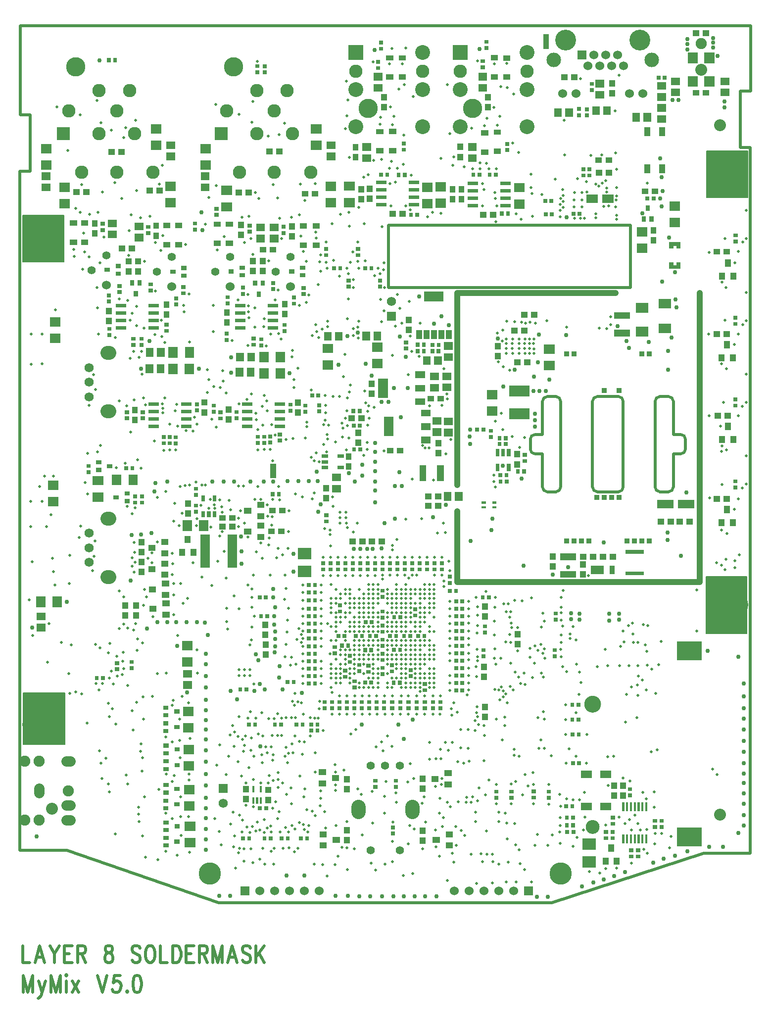
<source format=gbr>
*
*
G04 PADS Layout (Build Number 2006.45.1) generated Gerber (RS-274-X) file*
G04 PC Version=2.1*
*
%IN "MyMix V5.0_01.pcb"*%
*
%MOIN*%
*
%FSLAX35Y35*%
*
*
*
*
G04 PC Standard Apertures*
*
*
G04 Thermal Relief Aperture macro.*
%AMTER*
1,1,$1,0,0*
1,0,$1-$2,0,0*
21,0,$3,$4,0,0,45*
21,0,$3,$4,0,0,135*
%
*
*
G04 Annular Aperture macro.*
%AMANN*
1,1,$1,0,0*
1,0,$2,0,0*
%
*
*
G04 Odd Aperture macro.*
%AMODD*
1,1,$1,0,0*
1,0,$1-0.005,0,0*
%
*
*
G04 PC Custom Aperture Macros*
*
*
*
*
*
*
G04 PC Aperture Table*
*
%ADD010C,0.01*%
%ADD013C,0.005*%
%ADD015C,0.008*%
%ADD018R,0.04X0.04*%
%ADD019R,0.024X0.024*%
%ADD023R,0.014X0.014*%
%ADD024R,0.06X0.06*%
%ADD026R,0.076X0.076*%
%ADD030C,0.02*%
%ADD032R,0.1X0.1*%
%ADD037C,0.04*%
%ADD038R,0.056X0.056*%
%ADD046C,0.055*%
%ADD051C,0.03*%
%ADD052R,0.062X0.062*%
%ADD058C,0.2*%
%ADD061R,0.036X0.036*%
%ADD069C,0.062*%
%ADD070R,0.05X0.05*%
%ADD076C,0.075*%
%ADD084R,0.09X0.09*%
%ADD085C,0.098*%
%ADD087R,0.0748X0.0748*%
%ADD088C,0.06*%
%ADD092R,0.045X0.045*%
%ADD095R,0.02362X0.02362*%
%ADD100R,0.05512X0.05512*%
%ADD103C,0.08*%
%ADD108C,0.09*%
%ADD112R,0.05118X0.05118*%
%ADD113R,0.03937X0.03937*%
%ADD114R,0.06299X0.06299*%
%ADD119R,0.0689X0.0689*%
%ADD122C,0.14*%
%ADD135R,0.02756X0.02756*%
%ADD138R,0.06693X0.06693*%
%ADD146C,0.13*%
%ADD148C,0.1*%
%ADD153R,0.04528X0.04528*%
%ADD154R,0.065X0.065*%
%ADD155C,0.06201*%
%ADD159R,0.00394X0.00394*%
%ADD162R,0.12598X0.12598*%
%ADD164C,0.15*%
%ADD174C,0.09488*%
%ADD175R,0.01575X0.01575*%
%ADD178R,0.03543X0.03543*%
%ADD179R,0.05787X0.05787*%
%ADD180R,0.02559X0.02559*%
%ADD182C,0.07087*%
%ADD185R,0.02512X0.02512*%
%ADD186R,0.06378X0.06378*%
*
*
*
*
G04 PC Copper Outlines (0)*
G04 Layer Name MyMix V5.0_01.pcb - dark (0)*
%LPD*%
*
*
G04 PC Area=DRW85698949*
G75*
G36*
G01*
X201961Y631680D02*
X229719D01*
Y663119D01*
X201961D01*
Y631680D01*
G37*
G74*
*
*
G04 PC Area=DRW94286255*
G75*
G36*
G01*
X202299Y306650D02*
X230444D01*
Y341219D01*
X202299D01*
Y306650D01*
G37*
G74*
*
*
G04 PC Area=CFC4*
G75*
G36*
G01*
X585827Y328373D02*
G03*
X585827I0J5350D01*
G37*
G74*
*
*
G04 PC Area=CFC5*
G75*
G36*
G01*
X585827Y246696D02*
G03*
X585827I0J4350D01*
G37*
G74*
*
*
G04 PC Area=_PSI_PAC_SOD-80_001_N162000000M*
G75*
G36*
G01*
X637427Y627123D02*
X644907D01*
Y631454D01*
X642151D01*
Y629486D01*
X640182D01*
Y631454D01*
X637427D01*
Y627123D01*
G37*
G74*
*
*
G04 PC Area=_PSI_PAC_SOD-80_000_N162000000M*
G75*
G36*
G01*
X644907Y644840D02*
X637427D01*
Y640509D01*
X640182D01*
Y642478D01*
X642151D01*
Y640509D01*
X644907D01*
Y644840D01*
G37*
G74*
*
*
G04 PC Area=DRW14227669*
G75*
G36*
G01*
X662347Y381216D02*
X689698D01*
Y419796D01*
X662347D01*
Y381216D01*
G37*
G74*
*
*
G04 PC Area=DRW38388203*
G75*
G36*
G01*
X662680Y674881D02*
X690426D01*
Y706432D01*
X662680D01*
Y674881D01*
G37*
G74*
*
*
G04 PC Copper Outlines (1)*
G04 Layer Name MyMix V5.0_01.pcb - dark (1)*
%LPD*%
*
*
G04 PC Area=Custom_Thermal*
*
G04 PC Custom Flashes*
G04 Layer Name MyMix V5.0_01.pcb - flashes*
%LPD*%
*
*
G04 PC Circuitry*
G04 Layer Name MyMix V5.0_01.pcb - circuitry*
%LPD*%
*
G54D10*
G01X200000Y790551D02*
X692126D01*
Y746600*
X685126*
Y708600*
X692126*
Y233465*
X684094*
X660630*
X558268Y200000*
X333860*
X231500Y235430*
X200000*
Y692600*
X207000*
Y730600*
X200000*
Y790551*
X448300Y614173D02*
X611200D01*
Y656500*
X448300*
Y614173*
X588891Y540912D02*
G75*
G03X585801Y537822I0J-3090D01*
G01X588891Y540912D02*
X603310D01*
X606423Y537799D02*
G03X603310Y540912I-3113J0D01*
G01X606423Y537799D02*
Y479945D01*
X603288Y476810D02*
G03X606423Y479945I0J3135D01*
G01X603288Y476810D02*
X588894D01*
X585801Y479903D02*
G03X588894Y476810I3093J0D01*
G01X585801Y479903D02*
Y537822D01*
X631050Y540912D02*
G03X627950Y537812I-0J-3100D01*
G01Y479901*
G03X631041Y476810I3091J0*
G01X637059*
G03X640159Y479910I-0J3100*
G01Y502360*
X645273*
G03X648373Y505460I-0J3100*
G01Y512262*
G03X645273Y515362I-3100J-0*
G01X640159*
Y537812*
G03X637059Y540912I-3100J0*
G01X631050*
X552065Y479910D02*
G03X555165Y476810I3100J-0D01*
G01X561174*
G03X564274Y479910I-0J3100*
G01Y537812*
G03X561174Y540912I-3100J-0*
G01X555165*
G03X552065Y537812I-0J-3100*
G01Y515362*
X546951*
G03X543851Y512262I-0J-3100*
G01Y505460*
G03X546951Y502360I3100J-0*
G01X552065*
Y479910*
G54D13*
X202299Y306650D02*
X230444D01*
Y341219*
X202299*
Y306650*
X201961Y631680D02*
X229719D01*
Y663119*
X201961*
Y631680*
X662680Y674881D02*
X690426D01*
Y706432*
X662680*
Y674881*
X662347Y381216D02*
X689698D01*
Y419796*
X662347*
Y381216*
G54D15*
X591177Y333723D02*
G03X591177I-5350J0D01*
G01X590177Y251046D02*
G03X590177I-4350J0D01*
G01X591177Y333723D02*
G03X591177I-5350J0D01*
G01X590177Y251046D02*
G03X590177I-4350J0D01*
G54D18*
G01X632484Y695433D02*
Y693433D01*
X622484Y695433D02*
Y693433D01*
Y720433D02*
Y718433D01*
X632484Y720433D02*
Y718433D01*
X602104Y227626D02*
Y228426D01*
X594504Y227626D02*
Y228426D01*
X598304Y236426D02*
Y237226D01*
X316913Y435516D02*
Y436316D01*
X309313Y435516D02*
Y436316D01*
X313113Y444316D02*
Y445116D01*
X403900Y238559D02*
X404700D01*
X403900Y246159D02*
X404700D01*
X412700Y242359D02*
X413500D01*
X489700Y246159D02*
X488900D01*
X489700Y238559D02*
X488900D01*
X480900Y242359D02*
X480100D01*
X403400Y280259D02*
X404200D01*
X403400Y287859D02*
X404200D01*
X412200Y284059D02*
X413000D01*
X488900Y287259D02*
X488100D01*
X488900Y279659D02*
X488100D01*
X480100Y283459D02*
X479300D01*
X680229Y455688D02*
Y456488D01*
X672629Y455688D02*
Y456488D01*
X676429Y464488D02*
Y465288D01*
X680729Y511688D02*
Y512488D01*
X673129Y511688D02*
Y512488D01*
X676929Y520488D02*
Y521288D01*
X680229Y566688D02*
Y567488D01*
X672629Y566688D02*
Y567488D01*
X676429Y575488D02*
Y576288D01*
X680729Y621688D02*
Y622488D01*
X673129Y621688D02*
Y622488D01*
X676929Y630488D02*
Y631288D01*
X298900Y401659D02*
X298100D01*
X298900Y394059D02*
X298100D01*
X290100Y397859D02*
X289300D01*
X298500Y414959D02*
X297700D01*
X298500Y407359D02*
X297700D01*
X289700Y411159D02*
X288900D01*
X362729Y453945D02*
X361929D01*
X362729Y446345D02*
X361929D01*
X353929Y450145D02*
X353129D01*
X362729Y467945D02*
X361929D01*
X362729Y460345D02*
X361929D01*
X353929Y464145D02*
X353129D01*
X298100Y442959D02*
X297300D01*
X298100Y435359D02*
X297300D01*
X289300Y439159D02*
X288500D01*
X298100Y428459D02*
X297300D01*
X298100Y420859D02*
X297300D01*
X289300Y424659D02*
X288500D01*
X488893Y581795D02*
Y583795D01*
X483893Y581795D02*
Y583795D01*
X478893Y581795D02*
Y583795D01*
X473893Y581795D02*
Y583795D01*
X468893Y581795D02*
Y583795D01*
G54D19*
X292500Y602059D02*
X287900D01*
X292500Y597059D02*
X287900D01*
X292500Y592059D02*
X287900D01*
X292500Y587059D02*
X287900D01*
X270500D02*
X265900D01*
X270500Y592059D02*
X265900D01*
X270500Y597059D02*
X265900D01*
X270500Y602059D02*
X265900D01*
X372700D02*
X368100D01*
X372700Y597059D02*
X368100D01*
X372700Y592059D02*
X368100D01*
X372700Y587059D02*
X368100D01*
X350700D02*
X346100D01*
X350700Y592059D02*
X346100D01*
X350700Y597059D02*
X346100D01*
X350700Y602059D02*
X346100D01*
X377500Y535859D02*
X372900D01*
X377500Y530859D02*
X372900D01*
X377500Y525859D02*
X372900D01*
X377500Y520859D02*
X372900D01*
X355500D02*
X350900D01*
X355500Y525859D02*
X350900D01*
X355500Y530859D02*
X350900D01*
X355500Y535859D02*
X350900D01*
X314400D02*
X309800D01*
X314400Y530859D02*
X309800D01*
X314400Y525859D02*
X309800D01*
X314400Y520859D02*
X309800D01*
X292400D02*
X287800D01*
X292400Y525859D02*
X287800D01*
X292400Y530859D02*
X287800D01*
X292400Y535859D02*
X287800D01*
X521740Y501867D02*
Y504467D01*
X525540Y501867D02*
Y504467D01*
X529340Y501867D02*
Y504467D01*
Y491867D02*
Y494467D01*
X521740Y491867D02*
Y494467D01*
X529500Y684459D02*
X524900D01*
X529500Y679459D02*
X524900D01*
X529500Y674459D02*
X524900D01*
X529500Y669459D02*
X524900D01*
X507500D02*
X502900D01*
X507500Y674459D02*
X502900D01*
X507500Y679459D02*
X502900D01*
X507500Y684459D02*
X502900D01*
X467700Y685171D02*
X463100D01*
X467700Y680171D02*
X463100D01*
X467700Y675171D02*
X463100D01*
X467700Y670171D02*
X463100D01*
X445700D02*
X441100D01*
X445700Y675171D02*
X441100D01*
X445700Y680171D02*
X441100D01*
X445700Y685171D02*
X441100D01*
G54D23*
X362400Y270259D02*
Y267459D01*
X359800Y270259D02*
Y267459D01*
X357200Y270259D02*
Y267459D01*
Y277859D02*
Y275059D01*
X362400Y277859D02*
Y275059D01*
X606500Y262359D02*
Y266959D01*
X609100Y262359D02*
Y266959D01*
X611600Y262359D02*
Y266959D01*
X614200Y262359D02*
Y266959D01*
X616800Y262359D02*
Y266959D01*
X619300Y262359D02*
Y266959D01*
X621900Y262359D02*
Y266959D01*
Y240559D02*
Y245159D01*
X619300Y240559D02*
Y245159D01*
X616800Y240559D02*
Y245159D01*
X614200Y240559D02*
Y245159D01*
X611600Y240559D02*
Y245159D01*
X609100Y240559D02*
Y245159D01*
X606500Y240559D02*
Y245159D01*
G54D24*
X542500Y208000D03*
X351712D03*
X578500Y771055D03*
G54D26*
X391032Y423134D02*
X392432D01*
X391032Y435134D02*
X392432D01*
X584240Y239490D02*
X582840D01*
X584240Y227490D02*
X582840D01*
G54D30*
X585827Y251046D03*
X202288Y151072D02*
Y139588D01*
Y151072D02*
X205470Y139588D01*
X208652Y151072D02*
X205470Y139588D01*
X208652Y151072D02*
Y139588D01*
X212629Y147244D02*
X215015Y139588D01*
X217402Y147244D02*
X215015Y139588D01*
X214220Y137400*
X214220D02*
X213424Y136307D01*
X212629Y135760*
X212231*
X220981Y151072D02*
Y139588D01*
Y151072D02*
X224163Y139588D01*
X227345Y151072D02*
X224163Y139588D01*
X227345Y151072D02*
Y139588D01*
X230924Y151072D02*
X231322Y150525D01*
X231322D02*
X231720Y151072D01*
X231322Y151619*
X230924Y151072*
X231322Y147244D02*
Y139588D01*
X235299Y147244D02*
X239674Y139588D01*
Y147244D02*
X235299Y139588D01*
X252402Y151072D02*
X255583Y139588D01*
X258765Y151072D02*
X255583Y139588D01*
X267515Y151072D02*
X263538D01*
X263140Y146150*
X263140D02*
X263538Y146697D01*
X264731Y147244*
X265924*
X267118Y146697*
X267913Y145604*
X268311Y143963*
X267913Y142869*
X267515Y141229*
X266720Y140135*
X265527Y139588*
X264333*
X263140Y140135*
X262743Y140682*
X262345Y141775*
X272288Y140682D02*
X271890Y140135D01*
X272288Y139588*
X272686Y140135*
X272288Y140682*
X278652Y151072D02*
X277458Y150525D01*
X277458D02*
X276663Y148885D01*
X276265Y146150*
X276265D02*
Y144510D01*
X276663Y141775*
X276663D02*
X277458Y140135D01*
X278652Y139588*
X279447*
X280640Y140135*
X281436Y141775*
X281436D02*
X281833Y144510D01*
Y146150*
X281833D02*
X281436Y148885D01*
X280640Y150525*
X280640D02*
X279447Y151072D01*
X278652*
X201899Y171136D02*
Y159652D01*
X206672*
X213433Y171136D02*
X210251Y159652D01*
X213433Y171136D02*
X216615Y159652D01*
X211444Y163480D02*
X215422D01*
X220194Y171136D02*
X223376Y165668D01*
Y159652*
X226558Y171136D02*
X223376Y165668D01*
X230138Y171136D02*
Y159652D01*
Y171136D02*
X235308D01*
X230138Y165668D02*
X233319D01*
X230138Y159652D02*
X235308D01*
X238888Y171136D02*
Y159652D01*
Y171136D02*
X242467D01*
X243660Y170589*
X243660D02*
X244058Y170043D01*
X244456Y168949*
Y167855*
X244058Y166761*
X243660Y166214*
X243660D02*
X242467Y165668D01*
X238888*
X241672D02*
X244456Y159652D01*
X259172Y171136D02*
X257979Y170589D01*
X257979D02*
X257581Y169496D01*
Y168402*
X257979Y167308*
X258774Y166761*
X260365Y166214*
X260365D02*
X261558Y165668D01*
X262354Y164574*
X262751Y163480*
Y161839*
X262751D02*
X262354Y160746D01*
X261956Y160199*
X260763Y159652*
X259172*
X257979Y160199*
X257581Y160746*
X257183Y161839*
X257183D02*
Y163480D01*
X257581Y164574*
X258376Y165668*
X259569Y166214*
X259569D02*
X261160Y166761D01*
X261956Y167308*
X262354Y168402*
Y169496*
X261956Y170589*
X261956D02*
X260763Y171136D01*
X259172*
X281047Y169496D02*
X280251Y170589D01*
X280251D02*
X279058Y171136D01*
X277467*
X276274Y170589*
X276274D02*
X275479Y169496D01*
Y168402*
X275876Y167308*
X276274Y166761*
X277069Y166214*
X277069D02*
X279456Y165121D01*
X280251Y164574*
X280649Y164027*
X281047Y162933*
Y161293*
X280251Y160199*
X279058Y159652*
X277467*
X276274Y160199*
X275479Y161293*
X287013Y171136D02*
X286217Y170589D01*
X286217D02*
X285422Y169496D01*
X285024Y168402*
X284626Y166761*
Y164027*
X285024Y162386*
X285422Y161293*
X286217Y160199*
X287013Y159652*
X288604*
X289399Y160199*
X290194Y161293*
X290592Y162386*
X290990Y164027*
Y166761*
X290592Y168402*
X290194Y169496*
X289399Y170589*
X289399D02*
X288604Y171136D01*
X287013*
X294569D02*
Y159652D01*
X299342*
X302922Y171136D02*
Y159652D01*
Y171136D02*
X305706D01*
X306899Y170589*
X306899D02*
X307694Y169496D01*
X308092Y168402*
X308490Y166761*
Y164027*
X308092Y162386*
X307694Y161293*
X306899Y160199*
X305706Y159652*
X302922*
X312069Y171136D02*
Y159652D01*
Y171136D02*
X317240D01*
X312069Y165668D02*
X315251D01*
X312069Y159652D02*
X317240D01*
X320819Y171136D02*
Y159652D01*
Y171136D02*
X324399D01*
X325592Y170589*
X325592D02*
X325990Y170043D01*
X326388Y168949*
Y167855*
X325990Y166761*
X325592Y166214*
X325592D02*
X324399Y165668D01*
X320819*
X323604D02*
X326388Y159652D01*
X329967Y171136D02*
Y159652D01*
Y171136D02*
X333149Y159652D01*
X336331Y171136D02*
X333149Y159652D01*
X336331Y171136D02*
Y159652D01*
X343092Y171136D02*
X339910Y159652D01*
X343092Y171136D02*
X346274Y159652D01*
X341104Y163480D02*
X345081D01*
X355422Y169496D02*
X354626Y170589D01*
X354626D02*
X353433Y171136D01*
X351842*
X350649Y170589*
X350649D02*
X349854Y169496D01*
Y168402*
X350251Y167308*
X350649Y166761*
X351444Y166214*
X351444D02*
X353831Y165121D01*
X354626Y164574*
X355024Y164027*
X355422Y162933*
Y161293*
X354626Y160199*
X353433Y159652*
X351842*
X350649Y160199*
X349854Y161293*
X359001Y171136D02*
Y159652D01*
X364569Y171136D02*
X359001Y163480D01*
X360990Y166214D02*
X364569Y159652D01*
X507731Y213049D03*
X527601Y213877D03*
X518287Y213463D03*
X544574Y213877D03*
X534224Y214084D03*
X284788Y230588D03*
X293089Y228986D03*
X306129Y231884D03*
X314288Y234088D03*
X345249Y223191D03*
X350838Y228158D03*
X347319Y233540D03*
X370915Y226089D03*
X364912D03*
X357047Y227124D03*
X361624Y229358D03*
X398425Y226050D03*
X407100Y218100D03*
X403825Y225675D03*
X412400Y225800D03*
X414174Y231263D03*
X420600Y222269D03*
X436600Y226600D03*
X451017Y227745D03*
X446100Y226000D03*
X439700Y222000D03*
X458262Y218430D03*
X464700Y219800D03*
X482479Y231263D03*
X488067Y214912D03*
X491254Y233314D03*
X492207Y227331D03*
X510760Y232945D03*
X504100Y232563D03*
X511663Y227538D03*
X518240Y232788D03*
X514500Y232798D03*
X518701Y227745D03*
X528843Y227331D03*
X522800Y226163D03*
X536915Y226296D03*
X539965Y222269D03*
X583540Y220938D03*
X590731Y219879D03*
X611812Y226728D03*
X594532Y222988D03*
X602104Y223370D03*
X622798Y233426D03*
X264158Y246262D03*
X282788Y245088D03*
X308686Y245304D03*
X298433Y234509D03*
X341937Y252996D03*
X344628Y245131D03*
X344007Y237680D03*
X335521Y239129D03*
X334279Y248029D03*
X347936Y236749D03*
X351016Y236270D03*
X349718Y247817D03*
X369388Y247588D03*
X354888Y247388D03*
X352907Y250927D03*
X355791Y236344D03*
X356722Y251240D03*
X359011Y248264D03*
X361564Y249061D03*
X366633Y250488D03*
X369140Y251754D03*
X369309Y234746D03*
X371404Y236736D03*
X364588Y247488D03*
X363588Y236788D03*
X377259Y236623D03*
X378987Y250720D03*
X387186Y236832D03*
X383371Y252161D03*
X385212Y249584D03*
X388232Y254150D03*
X390934Y252641D03*
X391683Y249370D03*
X384916Y234431D03*
X381250Y237155D03*
X380888Y247688D03*
X375271Y247522D03*
X406138Y250488D03*
X394613Y252027D03*
X393888Y247688D03*
X416998Y237425D03*
X425144Y236231D03*
X430733Y245545D03*
X420300Y236854D03*
X413000Y251933D03*
X451017Y241198D03*
X437563Y253617D03*
X451293Y254210D03*
X462608Y252169D03*
X461573Y239750D03*
X471400Y236394D03*
X465501Y249740D03*
X484548Y251341D03*
X479859Y248966D03*
X480440Y237583D03*
X473269Y254183D03*
X499799Y245205D03*
X497158Y248554D03*
X493726Y251437D03*
X494128Y238559D03*
X514429Y248274D03*
X528314Y243000D03*
X528015Y253824D03*
X548713Y246166D03*
X547057Y238508D03*
X533190Y253410D03*
X534017Y239129D03*
X536424Y235786D03*
X572516Y237887D03*
X564030Y239957D03*
X555544Y238508D03*
X558648Y245752D03*
X563766Y247659D03*
X563882Y252159D03*
X575343Y244074D03*
X579694Y249023D03*
X594810Y252319D03*
X612050Y249064D03*
X607704Y253203D03*
X620377Y235913D03*
X622417Y249467D03*
X617872Y249142D03*
X616190Y253410D03*
X632284Y246645D03*
X627781Y239750D03*
X627830Y246645D03*
X638748Y244568D03*
X637509Y237059D03*
X280049Y259620D03*
Y264381D03*
X283871Y271464D03*
X280379Y254719D03*
X308199Y258171D03*
X302681Y256648D03*
X308277Y271464D03*
X298358Y260433D03*
X313581Y258171D03*
X331381Y256722D03*
X347917Y258950D03*
X343593Y260862D03*
X352300Y265645D03*
X350010Y255687D03*
X364706Y256101D03*
X359945Y254445D03*
X372364Y267899D03*
X357200Y264700D03*
X370175Y263659D03*
X373484Y256573D03*
X383127Y266657D03*
X379608Y273074D03*
X374641Y261276D03*
X391199Y271211D03*
X402583Y270383D03*
X402376Y265209D03*
X393476Y262725D03*
X396979Y261813D03*
X399053Y258691D03*
X405423Y261462D03*
X430112Y273074D03*
X420422Y254805D03*
X445636Y260448D03*
Y271832D03*
X471094Y267071D03*
X453708Y267692D03*
X453319Y273911D03*
X472296Y271481D03*
X482479Y260241D03*
X485213Y257478D03*
X490091Y264661D03*
X482893Y270383D03*
X488000Y267835D03*
X507118Y254559D03*
X507004Y260959D03*
X495200Y267888D03*
X500728Y267638D03*
X504113Y267672D03*
X500950Y271039D03*
X504860Y271220D03*
X508352Y268520D03*
X526812Y260251D03*
X513744Y272788D03*
X521000Y266632D03*
X531100Y266746D03*
X522544Y254559D03*
Y261119D03*
X538531Y272514D03*
X546100Y266632D03*
X556200Y266460D03*
X563603Y272859D03*
X572652Y269334D03*
X568170Y269969D03*
X563998Y257358D03*
X564230Y265059D03*
X580590Y257628D03*
X580441Y274196D03*
X576863Y269348D03*
X603762Y257774D03*
X610601Y256101D03*
X627367Y264174D03*
X621900Y270035D03*
X614200Y258919D03*
X260386Y274730D03*
X255211Y283837D03*
X271563Y286114D03*
X254788Y294088D03*
X259810Y279955D03*
X272611Y280076D03*
X282288Y288588D03*
X302802Y281767D03*
X304059Y285700D03*
X293745Y276332D03*
X298521Y286539D03*
X314095Y282524D03*
X314099Y286823D03*
X332623Y292530D03*
X349389Y285493D03*
X339040Y286321D03*
X352300Y280782D03*
X368027Y285696D03*
X367300Y280690D03*
X370501Y282181D03*
X354149Y291081D03*
X362400Y280604D03*
X357313Y282863D03*
X373859Y287707D03*
X376878Y280648D03*
X373847Y282881D03*
X388509Y285286D03*
X392027Y276800D03*
X382506Y277421D03*
X374020Y277835D03*
X412263Y292948D03*
X412553Y279430D03*
X398988Y287888D03*
X412546Y288004D03*
X412491Y275784D03*
X402583Y275351D03*
X418410Y289287D03*
X427651Y276613D03*
X446670Y281767D03*
X437444Y274986D03*
X465288Y283588D03*
X461366Y281353D03*
X463022Y293565D03*
X480040Y278457D03*
X484287Y283714D03*
X484037Y279659D03*
X498943Y294136D03*
X509179Y277421D03*
X516010Y282595D03*
X521000Y279762D03*
X531100Y279878D03*
X542471Y278568D03*
X545760Y287820D03*
X533942Y281603D03*
X546100Y279646D03*
X540260Y286172D03*
X556200Y279530D03*
X568051Y293889D03*
X581599D03*
X611049Y281967D03*
X606299Y283920D03*
X596370Y278937D03*
X619567Y274242D03*
X627160Y274523D03*
X669651Y286227D03*
X666487Y289840D03*
X253800Y302400D03*
X258080Y297407D03*
X281291Y301845D03*
X282788Y297588D03*
X281538Y306911D03*
X307785Y309503D03*
X302803Y308183D03*
X308016Y297764D03*
X298349Y311557D03*
X314616Y310745D03*
X346964Y311843D03*
X349887Y310135D03*
X351836Y312214D03*
X341523Y313022D03*
X334693Y306191D03*
X350631Y302052D03*
X351353Y305969D03*
X344214Y305363D03*
X340695Y298740D03*
X347112Y295014D03*
X370650Y299539D03*
X362837Y299781D03*
X366567Y300860D03*
X363588Y312488D03*
X370294Y296049D03*
X363257Y294393D03*
X357668Y298740D03*
X356134Y311146D03*
X360757Y313721D03*
X370140Y312709D03*
X355480Y302669D03*
X365541Y304989D03*
X369345Y305069D03*
X383909Y301134D03*
X380872Y300627D03*
X378678Y298602D03*
X390203Y300074D03*
X376188Y312836D03*
X388163Y308592D03*
X391694Y308392D03*
X379272Y304835D03*
X383258Y306920D03*
X380365Y294383D03*
X373488Y312588D03*
X385288Y312488D03*
X395524Y312498D03*
X399040Y301043D03*
X422867Y313643D03*
X450524Y305319D03*
X444760Y302359D03*
X440047Y305156D03*
X443773Y308468D03*
X447498Y312194D03*
X491300Y308039D03*
X486724Y308002D03*
X480433Y297062D03*
X488533Y302826D03*
X483237Y303449D03*
X483599Y296880D03*
X475900Y307996D03*
Y296773D03*
X494824Y295097D03*
X497100Y304291D03*
X502000Y304079D03*
X502763Y295221D03*
X512698Y295635D03*
X512905Y312608D03*
X525091Y309659D03*
X549742Y303883D03*
X532849Y299216D03*
X532992Y303417D03*
X536149Y298666D03*
X550913Y309659D03*
X558100Y299100D03*
X569904Y303723D03*
X553311Y304158D03*
X567736Y313394D03*
X581907Y313351D03*
X574803Y298637D03*
X600045Y298533D03*
X595838Y298500D03*
X625363Y301701D03*
X629230Y302880D03*
X245400Y320900D03*
X260386Y325234D03*
X262281Y330659D03*
X264694Y320379D03*
X276232Y316183D03*
X275496Y329373D03*
X283161Y323641D03*
X302621Y332901D03*
X307655Y323641D03*
X347733Y325234D03*
X343179Y319438D03*
X344672Y315008D03*
X362843Y327924D03*
X355391Y328752D03*
X367548Y323927D03*
X358888Y324488D03*
X371288Y324088D03*
X353798Y324244D03*
X385788Y324788D03*
X376388Y324188D03*
X373809Y327247D03*
X390888Y326924D03*
X379316Y324662D03*
X383034Y324602D03*
X384920Y332881D03*
X404386Y315888D03*
X395788Y324538D03*
X401661Y330529D03*
X410288Y326895D03*
X398481Y324298D03*
X400988Y324411D03*
X426386Y316747D03*
X420288Y326895D03*
X415288D03*
X425438D03*
X430588D03*
X435648D03*
X440799D03*
X445989D03*
X451139D03*
X456288D03*
X461788D03*
X467288D03*
X490705Y330656D03*
X472788Y326895D03*
X478288D03*
X482998Y326876D03*
X490965Y326269D03*
X502000Y316663D03*
X497100D03*
X507723Y328099D03*
X494686Y328447D03*
X509112Y320065D03*
X506696Y315919D03*
X512491Y319438D03*
X507834Y331934D03*
X506693Y322588D03*
X508175Y325242D03*
X526773Y325027D03*
Y319231D03*
X520879Y323759D03*
X552657Y328595D03*
X549127Y324820D03*
X553362Y323759D03*
X567608Y323377D03*
X567543Y333295D03*
X574480Y328000D03*
X608118Y321508D03*
X615581Y324823D03*
X251350Y347534D03*
X237686Y342042D03*
X241757Y340757D03*
X233478Y341171D03*
X233087Y354230D03*
X259558Y334341D03*
X268815Y353621D03*
X265502Y352668D03*
X255675Y347646D03*
X260262Y351314D03*
X263077Y347173D03*
X253348Y343448D03*
X289261Y339069D03*
X292636Y354189D03*
X278600Y334962D03*
X272805Y346346D03*
X283116Y338638D03*
X309441Y339102D03*
X303438Y336204D03*
X313535Y334530D03*
X347500Y353084D03*
X351288Y352938D03*
X357706Y347231D03*
X355033Y352892D03*
X390595Y352588D03*
X385404Y340964D03*
X383634Y335724D03*
X389666Y334520D03*
X387276Y335477D03*
X390595Y347588D03*
X409713Y351312D03*
Y345013D03*
X401928Y335647D03*
X402981Y352588D03*
X410288Y341567D03*
X402981Y347588D03*
X412863Y351312D03*
X425563Y339281D03*
X416012Y348163D03*
X428611D03*
X416012Y351312D03*
X428611Y345013D03*
X431760D03*
X422312Y351312D03*
Y348163D03*
X412863D03*
X415288Y339281D03*
X430713D03*
X420288D03*
X438060Y351312D03*
X441209Y348163D03*
Y345013D03*
X438060D03*
X441210Y351312D03*
X434910Y345013D03*
X450658Y351312D03*
Y345013D03*
X447509D03*
X434910Y351313D03*
X447508Y348163D03*
X435287Y339281D03*
X445752D03*
X440438D03*
X450902D03*
X466406Y351312D03*
X460107Y348163D03*
X469659Y342326D03*
X456958Y351312D03*
Y345013D03*
X466406D03*
X463257Y348163D03*
Y345013D03*
X460107D03*
X469556D03*
Y348163D03*
Y351312D03*
X460107D03*
X453808D03*
X466406Y348163D03*
X456887Y339281D03*
X467313D03*
X461788D03*
X489783Y347953D03*
X475855Y351312D03*
X479005D03*
X472706D03*
X479005Y345013D03*
X492395Y334588D03*
X475855Y348163D03*
X478288Y339281D03*
X483288D03*
X489782Y342951D03*
X489783Y352953D03*
X472788Y339281D03*
X475855Y345013D03*
X479005Y348163D03*
X501471Y339929D03*
X507549Y352212D03*
X502168Y343180D03*
X502169Y347953D03*
Y353104D03*
X530438Y345756D03*
X527462Y340697D03*
X525578Y338515D03*
X523197Y336630D03*
X525578Y342681D03*
X519924Y343573D03*
X522800Y343177D03*
X524451Y345390D03*
X532355Y343482D03*
X528425Y334836D03*
X537183Y347541D03*
X536092Y351906D03*
X545416Y351608D03*
X552657Y352005D03*
X540200Y347090D03*
X578051Y348236D03*
X576761Y340201D03*
X612024Y345277D03*
X608738Y340344D03*
X621984Y343499D03*
X619316Y349902D03*
X628402Y340964D03*
X616190Y339516D03*
X615983Y346553D03*
X616604Y352555D03*
X218542Y361943D03*
X250865Y373874D03*
X234646Y373637D03*
X253912Y371614D03*
X265288Y366088D03*
X269288Y362588D03*
X269788Y368588D03*
X270108Y357529D03*
X259558Y368493D03*
X261628Y356074D03*
X278993Y370160D03*
X298788Y354588D03*
X319339Y370253D03*
X319497Y354812D03*
X347543Y357054D03*
X351241Y357104D03*
X354989Y373663D03*
X354939Y357104D03*
X390595Y357588D03*
Y362588D03*
X382231Y359864D03*
X378573Y365595D03*
X379194Y373874D03*
X386115Y360571D03*
X382983Y365331D03*
X390595Y372588D03*
Y367588D03*
X402981Y362588D03*
X409713Y354462D03*
Y357612D03*
Y360761D03*
X402981Y372588D03*
Y357588D03*
X409082Y367588D03*
X425461Y363911D03*
Y370210D03*
Y373360D03*
Y367060D03*
X412863Y354462D03*
X425461Y357612D03*
Y354462D03*
X416012Y360761D03*
X419162Y367061D03*
X412863Y363911D03*
X425461Y360761D03*
X431760Y367060D03*
Y373360D03*
X431761Y354462D03*
X416012Y370210D03*
X428611D03*
Y367060D03*
X431760Y363911D03*
X419162Y360761D03*
X416012Y354462D03*
Y357612D03*
Y367060D03*
X422312Y354462D03*
Y357612D03*
X428611Y373360D03*
X412863Y357612D03*
X422312Y370210D03*
X428611Y363911D03*
X419162D03*
Y370210D03*
X431760Y360761D03*
X438060Y367060D03*
Y373360D03*
X441209Y363911D03*
Y370210D03*
X447509Y367060D03*
Y373360D03*
Y354462D03*
X441209Y357612D03*
X438060Y354462D03*
X434910Y363911D03*
X438060Y360761D03*
X450658Y363911D03*
X441209Y354462D03*
X438060Y357612D03*
Y363911D03*
X447509D03*
Y360761D03*
X441209Y367060D03*
X434910Y373360D03*
Y367060D03*
X441209Y373360D03*
X450658D03*
Y367060D03*
X447509Y370210D03*
X466406Y357612D03*
X469556Y354462D03*
Y360761D03*
X463257Y363911D03*
X469556Y373360D03*
Y370210D03*
Y367060D03*
X466406Y363911D03*
X469556Y357612D03*
X466406Y367060D03*
X463257D03*
Y370210D03*
X466406Y373360D03*
X463257D03*
X453808Y367060D03*
Y373360D03*
X456958Y354462D03*
X460107Y367060D03*
Y373360D03*
X456958Y363911D03*
X469556D03*
X463257Y360761D03*
X460107D03*
Y357612D03*
X466406Y354462D03*
X460107D03*
X453808Y360761D03*
X456958Y357612D03*
Y360761D03*
X453808Y357612D03*
X466406Y360762D03*
X453808Y363911D03*
X460107Y370210D03*
X466406D03*
X456958Y367060D03*
Y373360D03*
X460107Y363911D03*
X479005Y370210D03*
X472706Y373360D03*
X475855D03*
X479005D03*
X475855Y367060D03*
X472706Y363911D03*
Y367060D03*
Y360761D03*
X479005Y367061D03*
Y363911D03*
Y357612D03*
X472706Y354462D03*
X475855D03*
X479005D03*
X475855Y363911D03*
Y357612D03*
Y370210D03*
X489770Y362953D03*
X489783Y367953D03*
Y372953D03*
X502169Y357953D03*
X508188Y362897D03*
X507894Y370645D03*
X502169Y363704D03*
Y368133D03*
Y373550D03*
X507437Y358904D03*
X508293Y365529D03*
X520618Y360734D03*
X530706Y361248D03*
X524082Y364560D03*
X519889Y370957D03*
X519718Y364659D03*
X551070Y374026D03*
X552360Y367876D03*
X533712Y355278D03*
X547003Y373068D03*
X548987Y369959D03*
X543532Y371447D03*
X546643Y361455D03*
X551404Y354832D03*
X539802Y354620D03*
X535235Y369509D03*
X543730Y365297D03*
X568303Y355771D03*
X565552Y358849D03*
X553591Y364659D03*
X564729Y365529D03*
X553476Y370959D03*
X564329Y370647D03*
X575075Y360535D03*
X589075Y358972D03*
X577070Y355246D03*
X596016Y359506D03*
X604625Y372644D03*
X594457Y370563D03*
X603917Y359617D03*
X610288Y359588D03*
X622696Y359862D03*
X621309Y373613D03*
X622192Y369321D03*
X630217Y360326D03*
X625504Y357316D03*
X616288Y359588D03*
X208640Y379877D03*
X219745Y388125D03*
X228096Y375323D03*
X266957Y384823D03*
X260800Y374702D03*
X269926Y387599D03*
X276738Y383603D03*
X289749Y392804D03*
X272739Y385114D03*
X282533Y374909D03*
X279221Y377807D03*
X278103Y388070D03*
X303585Y394059D03*
X306336Y380084D03*
X339867Y384430D03*
X339454Y389191D03*
X356012Y376979D03*
X356219Y385672D03*
X357857Y392988D03*
X386553Y377268D03*
X388069Y384678D03*
X379815Y382361D03*
X380436Y390433D03*
X389497Y375416D03*
X389560Y380802D03*
X390595Y378088D03*
Y383088D03*
Y388088D03*
Y393088D03*
X402981D03*
X407286Y388033D03*
X409713Y376509D03*
Y385958D03*
X402981Y388088D03*
Y383088D03*
Y378088D03*
X425461Y392258D03*
X422312Y385958D03*
X425461Y389108D03*
X419162Y392258D03*
X416012Y389108D03*
Y392258D03*
X412863D03*
X425461Y376509D03*
X412863Y382809D03*
X425461D03*
X428611Y392258D03*
Y385958D03*
X431760Y382809D03*
X419162Y376509D03*
X428611D03*
X425461Y385958D03*
X422312Y382809D03*
X412863Y385958D03*
X428611Y382809D03*
X412863Y389108D03*
X422312D03*
X428611D03*
X412863Y376510D03*
X419162Y382809D03*
X431760Y376509D03*
Y385958D03*
Y392258D03*
X434910Y385958D03*
Y376509D03*
Y392258D03*
X438060Y382809D03*
X441209Y385958D03*
Y392258D03*
X447509Y389108D03*
X450658Y385958D03*
Y376509D03*
X441209D03*
X447509Y382809D03*
X438060Y385958D03*
X441209Y382809D03*
X434910D03*
X438060Y376509D03*
X447509Y385958D03*
Y392258D03*
X450658Y389108D03*
X447509Y376509D03*
X438060Y392258D03*
X441209Y389108D03*
X450658Y382809D03*
X466406D03*
X460107Y392258D03*
X466406Y389108D03*
X469556D03*
X463257D03*
X469556Y385958D03*
X463257Y392258D03*
X466406Y376509D03*
X463257D03*
X453808Y382809D03*
Y389108D03*
X456958Y376509D03*
Y385958D03*
X460107Y389108D03*
Y382809D03*
X469556D03*
Y392258D03*
X463257Y382809D03*
X460107Y376509D03*
Y385958D03*
X469556Y376509D03*
X466406Y385958D03*
X456958Y382809D03*
X453808Y376509D03*
Y385958D03*
X456958Y389108D03*
X489783Y377953D03*
X472706Y392258D03*
X479005Y382809D03*
X475855D03*
X472706Y389108D03*
Y376509D03*
X475855D03*
X479005Y392258D03*
X475855Y385958D03*
X489783Y382953D03*
X489782Y392953D03*
X489783Y387953D03*
X508008Y381529D03*
X508351Y386647D03*
X508179Y393697D03*
X502169Y377953D03*
Y382953D03*
Y388186D03*
Y392953D03*
X527165Y375613D03*
X530141Y380572D03*
X531331Y385433D03*
X531132Y388210D03*
X529843Y392277D03*
X519775Y389832D03*
X530783Y375476D03*
X519775Y380359D03*
X551197Y385672D03*
X535235Y385452D03*
X564615Y390185D03*
X570611Y377993D03*
X565674Y386307D03*
X564786Y380359D03*
X564663Y375191D03*
X553476Y389759D03*
X570810Y381168D03*
X574713Y376988D03*
X572748Y385914D03*
X606255Y382982D03*
X606829Y375514D03*
X610007Y386530D03*
X622816D03*
X612806Y388252D03*
X632128Y375944D03*
X613065Y381159D03*
X620018Y387499D03*
X613236Y375443D03*
X616250D03*
X655920Y382932D03*
X206363Y403887D03*
X223772Y413994D03*
X267036Y410108D03*
X269814Y405957D03*
X284089Y411123D03*
X285224Y406164D03*
X283182Y400376D03*
X309923Y401619D03*
X303664Y407359D03*
X329311Y413615D03*
X312960Y404922D03*
X344421Y406578D03*
X339454Y398298D03*
X347526Y398091D03*
X356282Y398876D03*
X356439Y405566D03*
X353735Y414029D03*
X356463Y411194D03*
X379401Y411752D03*
X378366Y404301D03*
X381057Y398298D03*
X390595Y398088D03*
Y403588D03*
Y414088D03*
Y409088D03*
X409713Y404856D03*
Y401706D03*
Y398557D03*
Y395407D03*
X402981Y414088D03*
Y398088D03*
Y403588D03*
Y409088D03*
X422312Y398557D03*
Y395407D03*
X419162Y408006D03*
Y401706D03*
X416012Y404856D03*
X412863D03*
X425461D03*
Y401706D03*
X422312Y408006D03*
Y404856D03*
X419162Y411155D03*
X431760Y408006D03*
Y401706D03*
Y398557D03*
X428611Y404856D03*
Y401706D03*
Y398557D03*
X416012Y408006D03*
X412863Y395407D03*
X428611Y411155D03*
X431760Y395407D03*
Y404856D03*
X419162Y395407D03*
X425461Y398557D03*
X412863Y401706D03*
Y411155D03*
X422312D03*
Y401706D03*
X428611Y395407D03*
X438060D03*
X447508Y408005D03*
X450658Y398557D03*
Y401706D03*
Y404856D03*
Y408006D03*
X434910Y398557D03*
Y404856D03*
X438060Y398557D03*
X441209Y411155D03*
Y401706D03*
X438060D03*
X434910Y411155D03*
X447509Y401706D03*
Y395407D03*
Y411155D03*
X441209Y404856D03*
Y408006D03*
X438060D03*
Y404856D03*
X434910Y408006D03*
Y401706D03*
X438060Y411155D03*
X447509Y404856D03*
X450658Y395407D03*
X434910D03*
X441209D03*
X466406Y408006D03*
X463257Y401706D03*
X456958Y411155D03*
X469556Y401706D03*
Y398557D03*
Y395407D03*
X453808D03*
X460107Y408006D03*
Y401706D03*
Y398557D03*
X463257Y404856D03*
Y408006D03*
Y411155D03*
X456958Y398557D03*
Y401706D03*
Y404856D03*
Y408006D03*
Y395407D03*
X460107Y404856D03*
Y411155D03*
X463257Y398557D03*
X469556Y408006D03*
Y404856D03*
X453808Y408006D03*
Y404856D03*
Y398557D03*
Y401706D03*
Y411155D03*
X466406D03*
Y401706D03*
X460107Y395407D03*
X469556Y411155D03*
X463257Y395407D03*
X489783Y397953D03*
X472706Y411155D03*
Y395407D03*
X475855Y398557D03*
X479005D03*
Y401706D03*
X475855Y404856D03*
X479005D03*
X475855Y408006D03*
X479005D03*
X472706Y404856D03*
Y398557D03*
X475855Y395407D03*
X472706Y408006D03*
X475855Y401706D03*
X489783Y402953D03*
X485595Y413088D03*
X475855Y411155D03*
X479005D03*
X502169Y397953D03*
Y403104D03*
X508179Y399434D03*
X507437Y405588D03*
X530537Y396146D03*
X527661Y396046D03*
X525974Y401502D03*
X528851Y401205D03*
X520346Y405588D03*
X519889Y399159D03*
X514000Y409538D03*
X533216Y403784D03*
X552261Y395054D03*
X544524Y405470D03*
X538274Y403387D03*
X566053Y410440D03*
X564672Y395303D03*
X564558Y405559D03*
X564615Y399159D03*
X655920Y410817D03*
X208433Y429760D03*
X222715Y422929D03*
X222094Y432037D03*
X249002Y423757D03*
X233271Y415064D03*
X233685Y433900D03*
X249830Y433279D03*
X275703Y426655D03*
X275496Y432244D03*
X286466Y432037D03*
X288900Y429034D03*
X277085Y422713D03*
X277493Y429405D03*
X303625Y415069D03*
X302973Y428493D03*
X302640Y420859D03*
X308406Y415064D03*
X316478Y428932D03*
X322481Y419411D03*
X333451Y429967D03*
X338833Y418790D03*
X363464Y432037D03*
X357254Y420653D03*
X368638D03*
X373136Y432286D03*
X378780Y420653D03*
X409713Y414305D03*
X409288Y432781D03*
X404288D03*
Y420395D03*
X409288D03*
X429288Y432781D03*
X424288D03*
X419288D03*
X414288D03*
Y420395D03*
X419288D03*
X429288D03*
X424288D03*
X444288Y420709D03*
X434288Y420395D03*
X441209Y414305D03*
X444247Y418095D03*
X434910Y414305D03*
X438060D03*
X449288Y432781D03*
X444288D03*
X439288D03*
X434288D03*
X439287Y420395D03*
X449288Y420793D03*
X453808Y414305D03*
X459288Y432781D03*
X460107Y414305D03*
X459271Y420755D03*
X461914Y418723D03*
X467201Y420653D03*
X464288Y432781D03*
X454288D03*
X469288D03*
X454288Y420667D03*
X464288Y420833D03*
X489739Y423761D03*
X484288Y432781D03*
Y420719D03*
X474288Y432781D03*
X485695Y416731D03*
X472706Y414305D03*
X489088Y429988D03*
X479005Y414305D03*
X479288Y432781D03*
Y420833D03*
X475855Y414305D03*
X498488Y415588D03*
X494347Y421004D03*
X583041Y420242D03*
X669243Y429087D03*
X672491Y427463D03*
X675739Y431301D03*
X681793Y430268D03*
Y425691D03*
X674854Y424362D03*
X207373Y453288D03*
X217908Y453329D03*
X250658Y443835D03*
X240101Y445905D03*
X240929Y453770D03*
X292503Y442946D03*
X288900Y435674D03*
X277231Y436013D03*
X276992Y442705D03*
X307283Y453998D03*
X302719Y435359D03*
X328674Y453003D03*
X319024Y453972D03*
X334787Y446890D03*
X336397Y449886D03*
X347327Y453426D03*
X337645Y436765D03*
X368109Y445618D03*
X367639Y441046D03*
X353529Y446502D03*
X362329Y442246D03*
X359324Y436383D03*
X374130Y438506D03*
X377141Y434366D03*
X380546Y438573D03*
X381067Y450145D03*
X405171Y451856D03*
X408900Y447859D03*
X409215Y440259D03*
X409001Y451052D03*
X424694Y449515D03*
X420740Y452587D03*
X450998Y437809D03*
Y440506D03*
X453863Y444831D03*
X486756Y449384D03*
X481163Y449150D03*
X672619Y450989D03*
X676473Y448707D03*
X684598Y434402D03*
X207373Y470387D03*
X221059Y461221D03*
X215039Y470207D03*
X272287Y467106D03*
X275496Y462049D03*
X292627Y473150D03*
X277646Y465850D03*
X304303Y468926D03*
X303645Y457082D03*
X309335Y462234D03*
X319455Y458815D03*
X322022Y467626D03*
X328224Y471510D03*
X327316Y465640D03*
X331056Y468128D03*
X331198Y465520D03*
X340921Y470870D03*
X342115Y464627D03*
X334714Y471422D03*
X336127Y466801D03*
X351398Y455617D03*
X348729Y464145D03*
X336397Y463041D03*
X347327Y459162D03*
X362233Y471659D03*
X358467Y471700D03*
X366698Y467945D03*
X370275Y471837D03*
X366916Y460345D03*
X370083Y460144D03*
X369583Y454311D03*
X390371Y473226D03*
X374988Y471233D03*
X381212Y464145D03*
X411132Y466859D03*
X410711Y473389D03*
X396896Y472108D03*
X419846Y455733D03*
X419646Y463080D03*
X419643Y459330D03*
X415742Y463130D03*
X415692Y459279D03*
X415742Y455683D03*
X427467Y455635D03*
X459966Y458420D03*
X470673Y458518D03*
X485169Y455633D03*
X664598Y472517D03*
X681299Y464900D03*
X683863Y472117D03*
X216505Y487301D03*
X213194Y480264D03*
X222560Y487381D03*
X245690Y475503D03*
X243878Y483059D03*
X264939Y492890D03*
X281803Y492580D03*
X298471Y477159D03*
X307996Y480286D03*
X311220Y481029D03*
X325085Y481256D03*
X322500D03*
X314181Y481498D03*
X318712Y483285D03*
X350529Y480532D03*
X347435Y480586D03*
X360432Y480291D03*
X385800Y475392D03*
X374212Y480213D03*
X398444Y476124D03*
X464288Y485188D03*
X478560Y484794D03*
X520287Y480120D03*
X519443Y487983D03*
X519476Y483739D03*
X689239Y481867D03*
X673041Y481631D03*
X686561Y479189D03*
X245690Y502825D03*
X252288Y503588D03*
X271141Y495955D03*
X254383Y508000D03*
X290531Y511141D03*
X279428Y498478D03*
X297000Y504827D03*
X301000Y504975D03*
X304900Y505041D03*
X360403Y505060D03*
X370386Y497588D03*
X368700Y505174D03*
X364600Y505240D03*
X379317Y511938D03*
X383955Y512760D03*
X392414Y512877D03*
X398300Y497600D03*
X407284Y512435D03*
X396405Y500126D03*
X406661Y503775D03*
X399549Y503045D03*
X404789Y508510D03*
X401500Y496900D03*
X421478Y513036D03*
X412736Y510444D03*
X417260Y513798D03*
X431603Y501461D03*
X420000Y505000D03*
X433855Y509913D03*
X434121Y505459D03*
X445179Y504477D03*
X471249Y507888D03*
X490188Y512162D03*
X473010Y506270D03*
X475488Y506236D03*
X487010Y502185D03*
X531701Y513881D03*
X536618Y506588D03*
X540085Y513235D03*
X672489Y503860D03*
X675829Y505010D03*
X673092Y507703D03*
X689239Y500850D03*
X274615Y517088D03*
X296388Y532888D03*
X312000Y517873D03*
X306189Y520859D03*
X301000Y522297D03*
X304680Y531418D03*
X296302Y530100D03*
X332394Y520310D03*
X329311Y525593D03*
X316701Y517557D03*
X319376Y522281D03*
X317791Y526918D03*
X366588Y531388D03*
X372058Y515040D03*
X369662Y521982D03*
X363608Y521727D03*
X360400Y518731D03*
X359324Y525386D03*
X359045Y529600D03*
X407858Y521676D03*
X406960Y515471D03*
X404639Y521984D03*
X405934Y530037D03*
X393175Y523759D03*
X393202Y520662D03*
X405538Y524966D03*
X417666Y519788D03*
X417005Y522845D03*
X420461Y531459D03*
X420527Y521359D03*
X419267Y526259D03*
X434216Y521702D03*
X434306Y531161D03*
X435157Y526359D03*
X438805Y533666D03*
X525206Y518613D03*
X524205Y529786D03*
X520426Y524199D03*
X671861Y521096D03*
X664188Y527988D03*
X683863Y527945D03*
X246725Y535114D03*
X250865Y545671D03*
X267009Y538012D03*
X271952Y534571D03*
X284581Y535218D03*
X283154Y539875D03*
X276945Y538633D03*
X305688Y535788D03*
X296142Y535907D03*
X297643Y540082D03*
X327448Y552294D03*
X326414Y543808D03*
X330600Y547790D03*
X347483Y535859D03*
X339040Y543394D03*
X336970Y551259D03*
X335100Y547134D03*
X366288Y538088D03*
X363300Y534246D03*
X353000Y539073D03*
X364706Y541531D03*
X356012Y542773D03*
X384576Y552294D03*
X384792Y546921D03*
X405604Y541759D03*
X411070Y540910D03*
X406102Y534907D03*
X396441Y545503D03*
X420697Y539840D03*
X421925Y543894D03*
X415416Y541117D03*
X432367Y544508D03*
X422660Y548568D03*
X434947Y534681D03*
X432858Y536769D03*
X487592Y542647D03*
X484384Y534962D03*
X487888Y539488D03*
X475914Y534646D03*
X689239Y536943D03*
X674006Y536969D03*
X686752Y534290D03*
X207500Y562750D03*
X215000Y563055D03*
X249623Y555813D03*
X276500Y571318D03*
X281900Y571198D03*
X274461Y566576D03*
X280256Y567404D03*
X282326Y556020D03*
X326207Y558918D03*
X336763Y558504D03*
X387474Y560159D03*
X383541Y571957D03*
X383288Y567588D03*
X418958Y569177D03*
X418140Y554359D03*
X450858Y568779D03*
X469141Y568024D03*
X463936Y571333D03*
X461482Y555633D03*
X485588Y559588D03*
X522191Y564276D03*
X529986Y558822D03*
X525532Y560939D03*
X527807Y570052D03*
X527695Y573260D03*
X531859Y570052D03*
X531746Y573260D03*
X536304Y569996D03*
X540187Y570052D03*
X543338D03*
X546321D03*
X536192Y573203D03*
X540075Y573260D03*
X543226D03*
X546208Y573091D03*
X672625Y563009D03*
X675937Y559704D03*
X689239Y555978D03*
X207500Y582848D03*
X215000D03*
X264222Y580700D03*
X252860Y583001D03*
X278500Y588535D03*
X283592Y587059D03*
X290900Y582796D03*
X274289Y592306D03*
X297581Y577177D03*
X295548Y581448D03*
X295440Y592218D03*
X314312Y577563D03*
X330260Y584601D03*
X343056Y578600D03*
X358400Y587575D03*
X364419Y588100D03*
X366031Y574900D03*
X369043Y582940D03*
X353637Y575300D03*
X354376Y593883D03*
X364749Y593218D03*
X376008Y579816D03*
X374295Y583316D03*
X403498Y586398D03*
X407307Y587995D03*
X396995Y582100D03*
X399893Y584790D03*
X399272Y589344D03*
X407395Y591759D03*
X401288Y580588D03*
X424505Y586644D03*
X427576Y587718D03*
X428100Y580437D03*
X420798Y593277D03*
X428354Y591759D03*
X424730Y581893D03*
X443773Y591414D03*
X462844Y581743D03*
X469479Y590199D03*
X457304Y590306D03*
X452880Y588309D03*
X525306Y585678D03*
X524948Y578464D03*
X527807Y579675D03*
X527695Y576580D03*
X531859Y579675D03*
X531746Y576580D03*
X521762Y583609D03*
X527925Y591826D03*
X533229Y591258D03*
X543509Y591147D03*
X547392Y590265D03*
X537946Y591170D03*
X536304Y579618D03*
X536192Y576524D03*
X540187Y579675D03*
X543338D03*
X546208Y579731D03*
X546096Y576805D03*
X543226Y576580D03*
X540075D03*
X540574Y590294D03*
X554815Y592098D03*
X568294Y587820D03*
X590200Y586963D03*
X595412Y586587D03*
X598119Y589294D03*
X664135Y583059D03*
X681406Y576113D03*
X689239Y592059D03*
X675079Y592199D03*
X683863Y582983D03*
X686818Y589339D03*
X223900Y599451D03*
X252245Y600717D03*
X267100Y606703D03*
X272500Y605788D03*
X278500Y601667D03*
X291473Y612014D03*
X275477Y597100D03*
X310164Y602317D03*
X310731Y598060D03*
X330235Y602317D03*
X313827Y610000D03*
X346886Y606132D03*
X353596Y609600D03*
X358400Y600790D03*
X353853Y602059D03*
X371884Y605984D03*
X353938Y598000D03*
X388228Y602317D03*
X374005Y612612D03*
X392855Y604247D03*
X394526Y609400D03*
X421459Y606650D03*
X442959Y606299D03*
X445222Y598658D03*
X455899Y600186D03*
X462374Y605124D03*
X454411Y609575D03*
X598119Y594776D03*
X689239Y611111D03*
X242378Y626808D03*
X252107Y614389D03*
X254000Y631000D03*
X283837Y632005D03*
X367561Y632205D03*
X400928Y616252D03*
X406400Y631362D03*
X406885Y627259D03*
X411309Y632732D03*
X392855Y631983D03*
X401963Y631569D03*
X402583Y625359D03*
X420151Y627259D03*
X421300Y623610D03*
X424676Y619518D03*
X427800Y631996D03*
X428291Y627259D03*
X422660Y631362D03*
X415416Y622047D03*
X424639Y614400D03*
X441376Y627259D03*
X442800Y623532D03*
X439100Y622300D03*
X432780Y632402D03*
X445222Y630948D03*
X444965Y626329D03*
X445637Y614446D03*
X675615Y614292D03*
X681621Y631022D03*
X673137Y618067D03*
X236583Y635501D03*
X236200Y640067D03*
X243600Y638410D03*
X246725Y635087D03*
X242864Y650913D03*
X256724Y648394D03*
X273300Y636060D03*
X291323Y644825D03*
X273633Y652681D03*
X311809Y643209D03*
X295131Y639440D03*
X296205Y649313D03*
X332900Y639774D03*
X337673Y648786D03*
X351195Y644836D03*
X357000Y636739D03*
X355726Y647489D03*
X376356Y647322D03*
X391000Y638760D03*
X389221Y648913D03*
X399700Y647634D03*
X402579Y636176D03*
X406400Y644886D03*
X399243Y651735D03*
X424364Y638459D03*
X427800Y644886D03*
X664346Y638059D03*
X689231Y647241D03*
X675079Y647430D03*
X683863Y638515D03*
X686842Y644853D03*
X240722Y665100D03*
X252520Y664893D03*
X237801Y667554D03*
X247000Y663532D03*
X287501Y662202D03*
X274875Y663444D03*
X281200Y661378D03*
X324910Y656839D03*
X349600Y661772D03*
X354149Y662202D03*
X392045Y673142D03*
X388302Y663237D03*
X374848Y660960D03*
X382900Y661772D03*
X410354Y657181D03*
X432021Y657205D03*
X428249Y668205D03*
X416037Y663651D03*
X422000Y655636D03*
X421591Y664929D03*
X449873Y669259D03*
X444000Y655252D03*
X462995Y666651D03*
X459869Y669259D03*
X474760Y661987D03*
X477882Y664929D03*
X483600Y664259D03*
X511771Y669459D03*
X521360D03*
X520484Y658805D03*
X534335Y664159D03*
X545419Y662459D03*
X537753Y660238D03*
X565991Y672375D03*
X564143Y670406D03*
X566065Y668438D03*
X564069Y666469D03*
X564008Y661957D03*
X587993Y661247D03*
X588057Y664040D03*
X573772Y660887D03*
X577724Y661085D03*
X580463Y661057D03*
X578642Y668599D03*
X573443D03*
Y673298D03*
X578700Y673359D03*
X601354Y668689D03*
X596600Y669200D03*
X593392Y669090D03*
X601822Y662868D03*
Y660259D03*
X601700Y673194D03*
X689239Y666321D03*
X241777Y683634D03*
X263905Y684970D03*
X268665Y674414D03*
X255479Y678640D03*
X278786Y679537D03*
X293896Y684147D03*
X327343Y674948D03*
X332430Y682908D03*
X370501Y683522D03*
X358702Y678425D03*
X360980Y674414D03*
X373606Y674828D03*
X389075Y684085D03*
X398850Y684404D03*
X431768Y688696D03*
X434760Y690259D03*
X449316Y684259D03*
X463693Y690159D03*
X453008Y685503D03*
X511633Y684459D03*
X519943Y678347D03*
X520314Y674428D03*
X512698Y680417D03*
X544172Y690759D03*
X544223Y681513D03*
X544834Y677520D03*
X551729Y676908D03*
X565535Y680280D03*
X565917Y676312D03*
X564365Y674343D03*
X560506Y687397D03*
X581900Y678600D03*
X573800Y678300D03*
X592455Y684646D03*
X590108Y682653D03*
X578517Y678246D03*
X581646Y685563D03*
X575524Y687633D03*
X588091Y684162D03*
X594531Y686474D03*
X595442Y681491D03*
X595168Y678619D03*
X601972Y694163D03*
X602072Y681764D03*
X601900Y675900D03*
X622484Y684534D03*
X232443Y706704D03*
X295987Y696562D03*
X422021Y702140D03*
X448968Y694562D03*
X450189Y699459D03*
X438184Y700080D03*
X443700Y700778D03*
X454383Y694693D03*
X458262Y697182D03*
X491793Y696768D03*
X492459Y702319D03*
X483720Y701322D03*
X504941Y694313D03*
X510059Y694449D03*
X510133Y698188D03*
X499346Y695759D03*
X521059Y694386D03*
X515941Y694313D03*
X514354Y698010D03*
X532139Y711518D03*
X536087Y705462D03*
X567045Y703556D03*
X584502Y703475D03*
X591888Y703556D03*
X601373Y704914D03*
X240722Y730714D03*
X271149Y722020D03*
X261500Y720500D03*
X254797Y725332D03*
X270000Y715500D03*
X278000Y727000D03*
X347526Y731128D03*
X356462Y725625D03*
X367396Y716432D03*
X378154Y725120D03*
X374641Y717467D03*
X419349Y721400D03*
X420384Y729886D03*
X451100Y723961D03*
X442500Y724205D03*
X442945Y728851D03*
X452052Y729679D03*
X458600Y717101D03*
X489500Y718000D03*
X504419Y721813D03*
X521700Y723649D03*
X513100Y723191D03*
X523461Y729679D03*
X514561Y728437D03*
X566790Y726993D03*
X601038Y733473D03*
X224992Y736095D03*
X251900Y740235D03*
X331870Y737732D03*
X357093Y739750D03*
X419970Y753275D03*
X421100Y740800D03*
X449507Y735923D03*
X464885Y743133D03*
X455157Y748100D03*
X458840Y750866D03*
X487965Y751008D03*
X532569Y744789D03*
X528197Y748967D03*
X524082Y749756D03*
X519156Y735762D03*
X360007Y766827D03*
X449133Y765009D03*
X437873Y766172D03*
X457732Y765155D03*
X508314Y766900D03*
X527979Y765211D03*
X519579Y764951D03*
X577768Y754891D03*
X603512Y757177D03*
X450810Y775215D03*
X459917Y775629D03*
X200235Y790551D02*
X692159D01*
Y746615*
X685160*
Y708629*
X692126*
Y669685*
Y233465*
X684094*
X660630*
X558268Y200000*
X333860*
X231500Y235430*
X200000*
Y692626*
X206979*
Y730575*
X200235*
Y790551*
X448304Y614173D02*
X611194D01*
Y656485*
X448304*
Y614173*
X588891Y540912D02*
G03X585801Y537822I0J-3090D01*
G01X588891Y540912D02*
X603310D01*
X606423Y537799D02*
G03X603310Y540912I-3113J0D01*
G01X606423Y537799D02*
Y479945D01*
X603288Y476810D02*
G03X606423Y479945I0J3135D01*
G01X603288Y476810D02*
X588894D01*
X585801Y479903D02*
G03X588894Y476810I3093J0D01*
G01X585801Y479903D02*
Y537822D01*
X631050Y540912D02*
G03X627950Y537812I-0J-3100D01*
G01Y479901*
G03X631041Y476810I3091J0*
G01X637059*
G03X640159Y479910I-0J3100*
G01Y502360*
X645273*
G03X648373Y505460I-0J3100*
G01Y512262*
G03X645273Y515362I-3100J-0*
G01X640159*
Y537812*
G03X637059Y540912I-3100J0*
G01X631050*
X552065Y479910D02*
G03X555165Y476810I3100J-0D01*
G01X561174*
G03X564274Y479910I-0J3100*
G01Y537812*
G03X561174Y540912I-3100J-0*
G01X555165*
G03X552065Y537812I-0J-3100*
G01Y515362*
X546951*
G03X543851Y512262I-0J-3100*
G01Y505460*
G03X546951Y502360I3100J-0*
G01X552065*
Y479910*
G54D32*
X496617Y772619D03*
X426271D03*
G54D37*
X601288Y610688D02*
X494788D01*
Y481388*
Y463688D02*
Y415888D01*
X613988*
X612088D02*
X657888D01*
Y610688*
X657988Y609588*
G54D38*
X597100Y674200D02*
X595100D01*
X586500D02*
X584500D01*
G54D46*
X248200Y626059D03*
X258200Y636059D03*
X331600Y624959D03*
X341600Y634959D03*
X372400Y624959D03*
X382400Y634959D03*
X292300Y624959D03*
X302300Y634959D03*
X455910Y235400D03*
X436210D03*
Y292500D03*
X455910D03*
X446060D03*
G54D51*
X585827Y333723D03*
X334288Y204588D03*
X341788D03*
X421073D03*
X428574Y204265D03*
X412786Y204588D03*
X436074Y204265D03*
X444074D03*
X451574D03*
X458588Y204288D03*
X466088D03*
X473088D03*
X480588D03*
X548288Y204088D03*
X555788D03*
X578788Y211088D03*
X586288Y213588D03*
X391782Y218323D03*
X379582D03*
X593288Y215588D03*
X600288Y218088D03*
X607788Y220588D03*
X626788Y227088D03*
X633788Y229588D03*
X641288Y231588D03*
X211361Y244621D03*
X325288Y235588D03*
Y242588D03*
Y249588D03*
X649788Y234588D03*
X664288Y237588D03*
X687788Y252088D03*
X673788Y237588D03*
X684055Y246898D03*
X325288Y257088D03*
Y263588D03*
Y270588D03*
X687788Y259088D03*
Y266588D03*
Y273588D03*
X325288Y279088D03*
Y286588D03*
X687788Y280588D03*
Y287088D03*
Y294088D03*
X205055Y308557D03*
X223612Y310602D03*
X216379Y308118D03*
X325288Y295088D03*
Y302588D03*
Y310088D03*
X361825Y305207D03*
X458488Y310288D03*
X687788Y301588D03*
Y309088D03*
X224270Y332229D03*
X226754Y325434D03*
X226608Y317762D03*
X325288Y316588D03*
Y323088D03*
Y329588D03*
X430188Y319988D03*
X464788Y323488D03*
X454988Y319988D03*
X687788Y316588D03*
Y324088D03*
Y331088D03*
X211411Y336832D03*
X204762Y335443D03*
X218133Y336028D03*
X312788Y341588D03*
X325288Y336588D03*
Y345088D03*
Y352588D03*
X341833Y342594D03*
X346237Y337024D03*
X358078Y342594D03*
X365086Y343567D03*
X361766Y347409D03*
X374582Y351748D03*
X377086Y343709D03*
X390022Y341212D03*
X687788Y339088D03*
Y347588D03*
X306017Y373100D03*
X325288Y360588D03*
Y367588D03*
X360486Y363490D03*
X371955Y372733D03*
X371640Y368517D03*
X359142Y367486D03*
X375009Y359220D03*
X663246Y369598D03*
X683962Y365524D03*
X208180Y385311D03*
X285788Y384588D03*
X292788Y389088D03*
X299288D03*
X305288D03*
X312288D03*
X319288D03*
X326807Y380390D03*
X324788Y388588D03*
X371200Y387203D03*
Y392988D03*
X371955Y382739D03*
X372081Y377664D03*
X571164Y391066D03*
X576812Y390575D03*
X597075Y390084D03*
X603583Y390575D03*
X669749Y390535D03*
X685771Y387033D03*
X676491Y386945D03*
X231540Y402659D03*
X370508Y411470D03*
X370697Y405566D03*
X372018Y398876D03*
X571164Y394996D03*
X576812Y394750D03*
X597075Y394627D03*
X603583Y394505D03*
X666886Y396964D03*
X667179Y404593D03*
X670603Y410560D03*
X685509Y413911D03*
X677279Y413474D03*
X274788Y417088D03*
X349145Y428426D03*
X384288Y423088D03*
X494830Y433800D03*
X494772Y428741D03*
X520459Y415881D03*
X527955Y415791D03*
X539388Y427088D03*
X533644Y415701D03*
X539424Y415791D03*
X546198Y415881D03*
X569288Y425907D03*
X559088Y421088D03*
X612937Y415791D03*
X645288Y433707D03*
X652673Y415881D03*
X644184Y415701D03*
X636508D03*
X658001Y419764D03*
X288788Y449088D03*
X281788Y448088D03*
X275288Y447588D03*
X348854Y446532D03*
X349288Y436588D03*
X384288Y435088D03*
X425064Y438459D03*
X429213Y438339D03*
X443511Y438543D03*
X437800Y438399D03*
X434082Y438459D03*
X503635Y443816D03*
X517735Y451097D03*
X593268Y442520D03*
X636323Y444233D03*
X636388Y449351D03*
X658001Y449657D03*
X657821Y442071D03*
X402773Y468271D03*
X400965Y463465D03*
X439288Y469588D03*
X445788Y455588D03*
X452788Y458588D03*
X487122Y468088D03*
X478288Y459588D03*
X518195Y458601D03*
X657911Y471512D03*
X658001Y464287D03*
X658092Y457063D03*
X291288Y482588D03*
X290788Y477088D03*
X299288Y483588D03*
X329788D03*
X337288D03*
X344288D03*
X355288D03*
X364288D03*
X370788D03*
X380288Y484088D03*
X387788D03*
X394788D03*
X400788D03*
X399900Y490300D03*
X425788Y483588D03*
X430788Y487588D03*
X421656Y489368D03*
X439288Y490588D03*
Y483588D03*
Y477588D03*
X452488Y480588D03*
X455498Y489957D03*
X457188Y480588D03*
X525314Y494206D03*
X537990Y485832D03*
X648835Y476373D03*
X430788Y495088D03*
X439288Y509588D03*
Y503588D03*
Y497088D03*
X503002Y513954D03*
X503223Y509151D03*
X494631Y512694D03*
X494811Y505108D03*
X657821Y510616D03*
X657911Y503482D03*
X658001Y496438D03*
X456583Y527105D03*
X494631Y533375D03*
X494736Y524613D03*
X494721Y519377D03*
X503206Y518716D03*
X547085Y529376D03*
X547088Y524888D03*
Y520588D03*
X657911Y530485D03*
X658001Y524073D03*
X657911Y517028D03*
X452060Y546569D03*
X448382Y537288D03*
X443688D03*
X461389Y546569D03*
X525497Y547808D03*
X546064Y544730D03*
X550088Y544688D03*
X546368Y554214D03*
X554288Y544688D03*
X556648Y552480D03*
X658001Y536987D03*
X281777Y559659D03*
X320685Y559559D03*
X342149Y567459D03*
X342288Y557088D03*
X381788Y556588D03*
X414551Y562312D03*
X433020Y563114D03*
X436925Y555067D03*
X460088Y567788D03*
X494721Y566338D03*
X494736Y557301D03*
X549111Y564113D03*
X533245Y558856D03*
X610420Y573547D03*
X636588Y559088D03*
X636688Y571688D03*
X657731Y561913D03*
X657911Y570131D03*
X287460Y578372D03*
X427669Y583838D03*
X420788Y581588D03*
X455899Y581323D03*
X488893Y588879D03*
X478893Y590138D03*
X494811Y581149D03*
X494631Y575459D03*
X521893Y579855D03*
X549585Y582707D03*
X567900Y582272D03*
X608488Y578188D03*
X602519Y588234D03*
X623699Y577758D03*
X639051Y580564D03*
X657911Y577085D03*
X658001Y584942D03*
X657911Y591986D03*
X468849Y608295D03*
X483893Y594923D03*
X494811Y610590D03*
X494540Y604087D03*
X521182Y610680D03*
X530032D03*
X538973Y610590D03*
X565434Y610680D03*
X573652D03*
X581509Y610770D03*
X642423Y601063D03*
X641533Y606412D03*
X632661Y618378D03*
X641156Y624765D03*
X206692Y634762D03*
X226695Y640048D03*
X221616Y634451D03*
X213532Y634348D03*
X227006Y648339D03*
X323087Y652896D03*
X637206Y647875D03*
X210734Y661087D03*
X203893Y659947D03*
X220891Y660777D03*
X226695Y656320D03*
X322348Y665067D03*
X568380Y661521D03*
X619157Y664488D03*
X632362Y669142D03*
X631401Y674270D03*
X632345Y688642D03*
X633042Y679274D03*
X666072Y691630D03*
X667385Y684188D03*
X671938Y679285D03*
X678767Y677621D03*
X685071Y677884D03*
X631424Y701370D03*
X671763Y702924D03*
X667385Y698459D03*
X686559Y703712D03*
X643607Y740733D03*
X639721Y740834D03*
X674788Y739588D03*
Y735588D03*
X253500Y767500D03*
X670007Y770490D03*
X439000Y774500D03*
X509500Y775000D03*
X649642Y774659D03*
Y778388D03*
Y781753D03*
X666921Y782303D03*
Y779348D03*
Y775933D03*
G54D52*
X337100Y276859D03*
X450200Y594859D03*
G54D58*
X680500Y400600D03*
Y691700D03*
X211700Y320000D03*
Y648400D03*
G54D61*
X236800Y657709D02*
X235600D01*
X236800Y644809D02*
X235600D01*
X333500Y657009D02*
X332300D01*
X333500Y644109D02*
X332300D01*
X400300Y655809D02*
X399100D01*
X400300Y642909D02*
X399100D01*
X340600Y644109D02*
X341800D01*
X340600Y657009D02*
X341800D01*
X390400Y642909D02*
X391600D01*
X390400Y655809D02*
X391600D01*
X520179Y769161D02*
X518979D01*
X520179Y756261D02*
X518979D01*
X513700Y718509D02*
X512500D01*
X513700Y705609D02*
X512500D01*
X307500Y656109D02*
X306300D01*
X307500Y643209D02*
X306300D01*
X527379Y756061D02*
X528579D01*
X527379Y768961D02*
X528579D01*
X521100Y706109D02*
X522300D01*
X521100Y719009D02*
X522300D01*
X449733Y768987D02*
X448533D01*
X449733Y756087D02*
X448533D01*
X443100Y719309D02*
X441900D01*
X443100Y706409D02*
X441900D01*
X457133Y756087D02*
X458333D01*
X457133Y768987D02*
X458333D01*
X450500Y706609D02*
X451700D01*
X450500Y719509D02*
X451700D01*
X243000Y644809D02*
X244200D01*
X243000Y657709D02*
X244200D01*
X298300Y643209D02*
X299500D01*
X298300Y656109D02*
X299500D01*
X618963Y443637D03*
X573263D03*
X618963Y569637D03*
X573263D03*
X623963D03*
X568263D03*
X623963Y443637D03*
X568263D03*
X608963D03*
X583263D03*
X613963D03*
X578263D03*
X603613Y544869D03*
X593613D03*
X603613Y472869D03*
X598613D03*
X593613D03*
X588613D03*
G54D69*
X337100Y266859D03*
X450200Y604859D03*
G54D70*
X580350Y264859D02*
X582850D01*
X580350Y286459D02*
X582850D01*
X593350D02*
X595850D01*
X593350Y264859D02*
X595850D01*
G54D76*
X232677Y275500D03*
X203150Y255815D03*
Y295185D03*
X212992Y255815D03*
Y295185D03*
X658870Y778745D03*
G54D84*
X229344Y718110D03*
X335644D03*
G54D85*
X427860Y261300D02*
Y264700D01*
X464260Y261300D02*
Y264700D01*
X559500Y767555D03*
X625500D03*
G54D87*
X539409Y544730D02*
X533504D01*
X539409Y529376D02*
X533504D01*
G54D88*
X532500Y208000D03*
X522500D03*
X512500D03*
X502500D03*
X492500D03*
X361712D03*
X371712D03*
X381712D03*
X391712D03*
X401712D03*
X258200Y616059D03*
X341600Y614959D03*
X382400D03*
X302300D03*
X582500Y763555D03*
X586500Y771055D03*
X590500Y763555D03*
X594500Y771055D03*
X598500Y763555D03*
X602500Y771055D03*
X606500Y763555D03*
X565500Y745055D03*
X574500D03*
X610500D03*
X619500D03*
G54D92*
X474479Y529821D02*
X472479D01*
X474479Y520721D02*
X472479D01*
X474479Y511621D02*
X472479D01*
X470592Y555669D02*
X468592D01*
X470592Y546569D02*
X468592D01*
X470592Y537469D02*
X468592D01*
G54D95*
X331056Y462517D02*
Y460745D01*
X327316Y462517D02*
Y460745D01*
X323576Y462517D02*
Y460745D01*
Y473147D02*
Y471375D01*
X331056Y473147D02*
Y471375D01*
X406371Y493219D02*
X404599D01*
X406371Y496959D02*
X404599D01*
X406371Y500699D02*
X404599D01*
X417001D02*
X415229D01*
X417001Y493219D02*
X415229D01*
G54D100*
X587392Y424203D02*
X590542D01*
G54D103*
X671604Y723784D03*
Y259404D03*
X221511Y263341D03*
X658870Y761045D03*
G54D108*
X277376Y718110D03*
X253360D03*
Y746850D03*
X273832D03*
X265171Y733464D03*
X232888D03*
X241549Y692126D03*
X289580D03*
X265171D03*
X383676Y718110D03*
X359660D03*
Y746850D03*
X380132D03*
X371471Y733464D03*
X339188D03*
X347849Y692126D03*
X395880D03*
X371471D03*
X496617Y760020D03*
X541617D03*
X426271D03*
X471271D03*
G54D112*
X294740Y559265D02*
Y560053D01*
X287260Y559265D02*
Y560053D01*
X355440Y556865D02*
Y557653D01*
X347960Y556865D02*
Y557653D01*
X355740Y567065D02*
Y567853D01*
X348260Y567065D02*
Y567853D01*
X294940Y570265D02*
Y571053D01*
X287460Y570265D02*
Y571053D01*
X325233Y689295D02*
X324445D01*
X325233Y681815D02*
X324445D01*
X409932Y710169D02*
X409144D01*
X409932Y702689D02*
X409144D01*
X362494Y654799D02*
X361706D01*
X362494Y647319D02*
X361706D01*
X371694Y654799D02*
X370906D01*
X371694Y647319D02*
X370906D01*
X407384Y581926D02*
Y581138D01*
X414864Y581926D02*
Y581138D01*
X440734Y581307D02*
Y582095D01*
X433254Y581307D02*
Y582095D01*
X218094Y689295D02*
X217307D01*
X218094Y681815D02*
X217307D01*
X632661Y735287D02*
X631874D01*
X632661Y727807D02*
X631874D01*
X615160Y729353D02*
Y728565D01*
X622640Y729353D02*
Y728565D01*
X495652Y473343D02*
Y474131D01*
X488172Y473343D02*
Y474131D01*
X675471Y753215D02*
X674683D01*
X675471Y745735D02*
X674683D01*
X641971Y753215D02*
X641183D01*
X641971Y745735D02*
X641183D01*
X301974Y710169D02*
X301186D01*
X301974Y702689D02*
X301186D01*
X262794Y657599D02*
X262006D01*
X262794Y650119D02*
X262006D01*
X280694Y655499D02*
X279906D01*
X280694Y648019D02*
X279906D01*
X313347Y354141D02*
X312559D01*
X313347Y346660D02*
X312559D01*
X214663Y392829D02*
X213876D01*
X214663Y385349D02*
X213876D01*
X441612Y756388D02*
X440824D01*
X441612Y748908D02*
X440824D01*
X512217Y756297D02*
X511429D01*
X512217Y748816D02*
X511429D01*
X504433Y701525D02*
X505220D01*
X504433Y709005D02*
X505220D01*
X433230Y701547D02*
X434017D01*
X433230Y709027D02*
X434017D01*
X412978Y478937D02*
X413766D01*
X412978Y486417D02*
X413766D01*
X632661Y750160D02*
X631874D01*
X632661Y742680D02*
X631874D01*
X590269Y744185D02*
X591056D01*
X590269Y751665D02*
X591056D01*
X588060Y733853D02*
Y733065D01*
X595540Y733853D02*
Y733065D01*
X570024Y731812D02*
Y732600D01*
X562543Y731812D02*
Y732600D01*
X487986Y554609D02*
X487198D01*
X487986Y547129D02*
X487198D01*
X488315Y516705D02*
X489103D01*
X488315Y524185D02*
X489103D01*
X481273Y524461D02*
X480485D01*
X481273Y516981D02*
X480485D01*
X478898Y546929D02*
X479686D01*
X478898Y554409D02*
X479686D01*
X488360Y567489D02*
X489148D01*
X488360Y574969D02*
X489148D01*
X474178Y565596D02*
Y564808D01*
X481658Y565596D02*
Y564808D01*
G54D113*
X250500Y650716D02*
Y651109D01*
Y657409D02*
Y657802D01*
X291800Y656202D02*
Y655809D01*
Y649509D02*
Y649116D01*
X298800Y595916D02*
Y596309D01*
Y602609D02*
Y603002D01*
X260100Y591516D02*
Y591909D01*
Y598209D02*
Y598602D01*
X349000Y649616D02*
Y650009D01*
Y656309D02*
Y656702D01*
X383200Y655802D02*
Y655409D01*
Y649109D02*
Y648716D01*
X378500Y596316D02*
Y596709D01*
Y603009D02*
Y603402D01*
X339500Y590616D02*
Y591009D01*
Y597309D02*
Y597702D01*
X245064Y678640D02*
X244671D01*
X238371D02*
X237978D01*
X387200Y529916D02*
Y530309D01*
Y536609D02*
Y537002D01*
X294366Y679537D02*
X293972D01*
X287673D02*
X287280D01*
X340700Y525316D02*
Y525709D01*
Y532009D02*
Y532402D01*
X277500Y525016D02*
Y525409D01*
Y531709D02*
Y532102D01*
X324400Y530116D02*
Y530509D01*
Y536809D02*
Y537202D01*
X497500Y673616D02*
Y674009D01*
Y680309D02*
Y680702D01*
X435700Y673816D02*
Y674209D01*
Y680509D02*
Y680902D01*
X354222Y678425D02*
X353828D01*
X347529D02*
X347135D01*
X398934Y677525D02*
X398541D01*
X392241D02*
X391848D01*
X352300Y269616D02*
Y270009D01*
Y276309D02*
Y276702D01*
X474869Y467237D02*
X475262D01*
X481562D02*
X481955D01*
X436925Y542516D02*
Y542909D01*
Y549209D02*
Y549602D01*
X481879Y502778D02*
Y503171D01*
Y509471D02*
Y509864D01*
X513429Y332131D02*
Y331738D01*
Y325438D02*
Y325045D01*
Y392545D02*
Y392938D01*
Y399238D02*
Y399631D01*
X596853Y700197D02*
X596460D01*
X590160D02*
X589767D01*
X597024Y691713D02*
X596630D01*
X590331D02*
X589937D01*
X336200Y453426D02*
X336593D01*
X342893D02*
X343286D01*
X336200Y459162D02*
X336593D01*
X342893D02*
X343286D01*
X268568Y705672D02*
X268175D01*
X261875D02*
X261482D01*
X375108Y706067D02*
X374714D01*
X368415D02*
X368021D01*
X367300Y276202D02*
Y275809D01*
Y269509D02*
Y269116D01*
X515202Y735627D02*
Y736021D01*
Y742320D02*
Y742714D01*
X275743Y640659D02*
X275350D01*
X269050D02*
X268657D01*
X496727Y709208D02*
Y708815D01*
Y702515D02*
Y702122D01*
X445287Y735726D02*
Y736119D01*
Y742419D02*
Y742812D01*
X426123Y709030D02*
Y708636D01*
Y702337D02*
Y701944D01*
X370543Y639859D02*
X370150D01*
X363850D02*
X363457D01*
X483796Y539501D02*
X483403D01*
X477103D02*
X476710D01*
X449160Y504477D02*
X449553D01*
X455853D02*
X456246D01*
X512692Y352015D02*
Y352408D01*
Y358708D02*
Y359101D01*
X535235Y373824D02*
Y374217D01*
Y380516D02*
Y380910D01*
X662356Y785767D02*
X661963D01*
X655663D02*
X655270D01*
X662356Y745507D02*
X661963D01*
X655663D02*
X655270D01*
X313386Y469123D02*
Y468730D01*
Y462430D02*
Y462037D01*
X491500Y673616D02*
Y674009D01*
Y680309D02*
Y680702D01*
X429900Y673616D02*
Y674009D01*
Y680309D02*
Y680702D01*
X676472Y582988D02*
X676079D01*
X669779D02*
X669386D01*
X676472Y638488D02*
X676079D01*
X669779D02*
X669386D01*
X281900Y435816D02*
Y436209D01*
Y442509D02*
Y442902D01*
X566505Y756021D02*
X566899D01*
X573198D02*
X573592D01*
X598853Y744948D02*
Y745341D01*
Y751640D02*
Y752034D01*
X278249Y393252D02*
Y393645D01*
Y399945D02*
Y400338D01*
X270977D02*
Y399945D01*
Y393645D02*
Y393252D01*
X376972Y464145D02*
X376579D01*
X370279D02*
X369886D01*
X420300Y242016D02*
Y242409D01*
Y248709D02*
Y249102D01*
X471400Y241716D02*
Y242109D01*
Y248409D02*
Y248802D01*
X420300Y283502D02*
Y283109D01*
Y276809D02*
Y276416D01*
X471400Y283802D02*
Y283409D01*
Y277109D02*
Y276716D01*
X676472Y471988D02*
X676079D01*
X669779D02*
X669386D01*
X676972Y527988D02*
X676579D01*
X670279D02*
X669886D01*
X481955Y473737D02*
X481562D01*
X475262D02*
X474869D01*
X430443Y526259D02*
X430050D01*
X423750D02*
X423357D01*
X370633Y493815D02*
Y492634D01*
Y489090D02*
Y487909D01*
X535045Y502220D02*
Y501826D01*
Y495527D02*
Y495133D01*
X423957Y443459D02*
X424350D01*
X430650D02*
X431043D01*
X436957D02*
X437350D01*
X443650D02*
X444043D01*
X428000Y516802D02*
Y516409D01*
Y510109D02*
Y509716D01*
X406285Y472291D02*
Y472684D01*
Y478984D02*
Y479377D01*
X519143Y663459D02*
X518750D01*
X512450D02*
X512057D01*
X457943Y664061D02*
X457550D01*
X451250D02*
X450857D01*
X365323Y380314D02*
Y380707D01*
Y387007D02*
Y387400D01*
X365523Y366814D02*
Y367207D01*
Y373507D02*
Y373900D01*
X421500Y500830D02*
Y500436D01*
Y494137D02*
Y493744D01*
X651331Y456588D02*
X650938D01*
X644638D02*
X644245D01*
X621083Y679182D02*
X621476D01*
X627776D02*
X628169D01*
X579288Y428031D02*
Y427638D01*
Y421338D02*
Y420945D01*
X626808Y653076D02*
Y652683D01*
Y646383D02*
Y645990D01*
X599831Y433088D02*
X599438D01*
X593138D02*
X592745D01*
X546666Y595881D02*
X546273D01*
X539973D02*
X539580D01*
X638831Y456588D02*
X638438D01*
X632138D02*
X631745D01*
X586331Y433088D02*
X585938D01*
X579638D02*
X579245D01*
X534904Y564113D02*
X535297D01*
X541597D02*
X541990D01*
X559088Y433531D02*
Y433138D01*
Y426838D02*
Y426445D01*
X521893Y575172D02*
Y574779D01*
Y568479D02*
Y568086D01*
X540094Y585390D02*
X539701D01*
X533401D02*
X533008D01*
X357000Y632402D02*
Y632009D01*
Y625709D02*
Y625316D01*
X273300Y632202D02*
Y631809D01*
Y625509D02*
Y625116D01*
X363600Y625316D02*
Y625709D01*
Y632009D02*
Y632402D01*
X279600Y625116D02*
Y625509D01*
Y631809D02*
Y632202D01*
X461881Y592826D02*
Y592433D01*
Y586133D02*
Y585740D01*
X600394Y279134D02*
Y278740D01*
Y272441D02*
Y272047D01*
X606299Y279134D02*
Y278740D01*
Y272441D02*
Y272047D01*
X554447Y777029D02*
Y778210D01*
Y781754D02*
Y782935D01*
X281900Y422516D02*
Y422909D01*
Y429209D02*
Y429602D01*
X376472Y450145D02*
X376079D01*
X369779D02*
X369386D01*
G54D114*
X323951Y453578D02*
Y454366D01*
X312927Y453578D02*
Y454366D01*
X218094Y707715D02*
X217307D01*
X218094Y696692D02*
X217307D01*
X292168Y721081D02*
X291381D01*
X292168Y710058D02*
X291381D01*
X325466Y707715D02*
X324678D01*
X325466Y696691D02*
X324678D01*
X400004Y721082D02*
X399216D01*
X400004Y710058D02*
X399216D01*
X536794Y681671D02*
X536006D01*
X536794Y670647D02*
X536006D01*
X483994Y682171D02*
X483206D01*
X483994Y671147D02*
X483206D01*
X474994Y681971D02*
X474206D01*
X474994Y670947D02*
X474206D01*
X422394Y682671D02*
X421606D01*
X422394Y671647D02*
X421606D01*
X265288Y485253D02*
Y484465D01*
X276312Y485253D02*
Y484465D01*
X229857Y670696D02*
X230644D01*
X229857Y681719D02*
X230644D01*
X301974Y682615D02*
X301186D01*
X301974Y671592D02*
X301186D01*
X338883Y668671D02*
X339671D01*
X338883Y679694D02*
X339671D01*
X409932Y682616D02*
X409144D01*
X409932Y671592D02*
X409144D01*
X252254Y473315D02*
X253041D01*
X252254Y484339D02*
X253041D01*
X343259Y428694D02*
Y444836D01*
X324755Y428694D02*
Y444836D01*
X314212Y559165D02*
Y559953D01*
X303188Y559165D02*
Y559953D01*
X314312Y570265D02*
Y571053D01*
X303288Y570265D02*
Y571053D01*
X375412Y556165D02*
Y556953D01*
X364388Y556165D02*
Y556953D01*
X375510Y567049D02*
Y567837D01*
X364486Y567049D02*
Y567837D01*
X407112Y562312D02*
X407900D01*
X407112Y573336D02*
X407900D01*
X440317Y563114D02*
X441105D01*
X440317Y574138D02*
X441105D01*
X313182Y373100D02*
X312394D01*
X313182Y362076D02*
X312394D01*
X225212Y402265D02*
Y403053D01*
X214188Y402265D02*
Y403053D01*
X314301Y303202D02*
X313514D01*
X314301Y292178D02*
X313514D01*
X313929Y328869D02*
X313142D01*
X313929Y317845D02*
X313142D01*
X315064Y251551D02*
X314276D01*
X315064Y240528D02*
X314276D01*
X314489Y276256D02*
X313701D01*
X314489Y265233D02*
X313701D01*
X641560Y669142D02*
X640773D01*
X641560Y658118D02*
X640773D01*
X518613Y542275D02*
X517826D01*
X518613Y531251D02*
X517826D01*
X556254Y561841D02*
X557042D01*
X556254Y572864D02*
X557042D01*
X619433Y651885D02*
X618645D01*
X619433Y640862D02*
X618645D01*
X224294Y591271D02*
X223506D01*
X224294Y580247D02*
X223506D01*
X222994Y481071D02*
X222206D01*
X222994Y470047D02*
X222206D01*
G54D119*
X664496Y752960D02*
Y753157D01*
X653276Y752960D02*
Y753157D01*
Y768905D02*
Y769102D01*
X664496Y768905D02*
Y769102D01*
G54D122*
X617500Y781055D03*
X567500D03*
G54D135*
X298127Y300723D02*
X298915D01*
X298127Y305841D02*
X298915D01*
X305608Y303282D02*
X306395D01*
X298106Y248917D02*
X298893D01*
X298106Y254035D02*
X298893D01*
X305586Y251476D02*
X306374D01*
X298039Y238626D02*
X298827D01*
X298039Y243744D02*
X298827D01*
X305519Y241185D02*
X306307D01*
X298127Y290113D02*
X298915D01*
X298127Y295231D02*
X298915D01*
X305608Y292672D02*
X306395D01*
X298031Y274207D02*
X298818D01*
X298031Y279325D02*
X298818D01*
X305511Y276766D02*
X306299D01*
X297955Y326287D02*
X298743D01*
X297955Y331405D02*
X298743D01*
X305436Y328846D02*
X306223D01*
X297964Y263657D02*
X298752D01*
X297964Y268776D02*
X298752D01*
X305444Y266216D02*
X306232D01*
X297955Y315678D02*
X298743D01*
X297955Y320796D02*
X298743D01*
X305436Y318237D02*
X306223D01*
X272667Y475586D02*
X271879D01*
X272667Y470468D02*
X271879D01*
X265186Y473027D02*
X264399D01*
X625516Y660047D02*
Y660834D01*
X620398Y660047D02*
Y660834D01*
X622957Y667527D02*
Y668314D01*
X310934Y627518D02*
X310146D01*
X310934Y622400D02*
X310146D01*
X303454Y624959D02*
X302666D01*
X252666Y491500D02*
X253454D01*
X252666Y496618D02*
X253454D01*
X260146Y494059D02*
X260934D01*
X350234Y627718D02*
X349446D01*
X350234Y622600D02*
X349446D01*
X342754Y625159D02*
X341966D01*
X358441Y617693D02*
Y616905D01*
X363559Y617693D02*
Y616905D01*
X361000Y610213D02*
Y609425D01*
X390934Y627718D02*
X390146D01*
X390934Y622600D02*
X390146D01*
X383454Y625159D02*
X382666D01*
X266734Y628818D02*
X265946D01*
X266734Y623700D02*
X265946D01*
X259254Y626259D02*
X258466D01*
X275541Y617993D02*
Y617205D01*
X280659Y617993D02*
Y617205D01*
X278100Y610513D02*
Y609725D01*
G54D138*
X618313Y584588D02*
X619887D01*
X618313Y600533D02*
X619887D01*
G54D146*
X237612Y762992D03*
X343912D03*
X505003Y735020D03*
X434657D03*
G54D148*
X496617Y747619D03*
Y722619D03*
X541617Y772619D03*
Y747619D03*
Y722619D03*
X426271Y747619D03*
Y722619D03*
X471271Y772619D03*
Y747619D03*
Y722619D03*
G54D153*
X471506Y492388D02*
Y486286D01*
X483318Y492388D02*
Y486286D01*
X608751Y595465D02*
X602649D01*
X608751Y583653D02*
X602649D01*
X572339Y432994D02*
X566237D01*
X572339Y421182D02*
X566237D01*
G54D154*
X448479Y523971D02*
Y517471D01*
X444592Y549819D02*
Y543319D01*
X482143Y608295D02*
X475643D01*
G54D155*
X246685Y540735D03*
Y550578D03*
Y560421D03*
Y429240D03*
Y439083D03*
Y448926D03*
G54D159*
X644710Y642674D02*
X637623D01*
X644710Y629289D02*
X637623D01*
G54D162*
X649031Y244402D02*
X652969D01*
X649031Y369598D02*
X652969D01*
G54D164*
X327953Y219685D03*
X564173D03*
G54D174*
X260232Y530893D02*
X259122D01*
X260232Y570263D02*
X259122D01*
X260232Y419398D02*
X259122D01*
X260232Y458768D02*
X259122D01*
G54D175*
X520338Y469503D02*
X518961D01*
X520338Y466353D02*
X518961D01*
X513055D02*
X511677D01*
X513055Y469503D02*
X511677D01*
G54D178*
X599006Y425187D02*
Y423219D01*
G54D179*
X632182Y468588D02*
X637300D01*
X646276D02*
X651394D01*
G54D180*
X444331Y354021D02*
X444527D01*
X444331Y358155D02*
X444527D01*
X444278Y405989D02*
X444474D01*
X444278Y410123D02*
X444474D01*
X418726Y379490D02*
Y379686D01*
X414592Y379490D02*
Y379686D01*
X398855Y352490D02*
Y352686D01*
X394721Y352490D02*
Y352686D01*
X479190Y424521D02*
X479386D01*
X479190Y428655D02*
X479386D01*
X454190Y424521D02*
X454386D01*
X454190Y428655D02*
X454386D01*
X419190Y424521D02*
X419386D01*
X419190Y428655D02*
X419386D01*
X421196Y373090D02*
Y373286D01*
X417062Y373090D02*
Y373286D01*
X412260Y372153D02*
X412064D01*
X412260Y368019D02*
X412064D01*
X415386Y335155D02*
X415190D01*
X415386Y331021D02*
X415190D01*
X493909Y363051D02*
Y362854D01*
X498043Y363051D02*
Y362854D01*
X464190Y424521D02*
X464386D01*
X464190Y428655D02*
X464386D01*
X493909Y383051D02*
Y382854D01*
X498043Y383051D02*
Y382854D01*
X425614Y349119D02*
X425418D01*
X425614Y344985D02*
X425418D01*
X472927Y347255D02*
X472731D01*
X472927Y343121D02*
X472731D01*
X468362Y379686D02*
Y379490D01*
X472496Y379686D02*
Y379490D01*
X463222Y352567D02*
X463418D01*
X463222Y356701D02*
X463418D01*
X414190Y424521D02*
X414386D01*
X414190Y428655D02*
X414386D01*
X439190Y424521D02*
X439386D01*
X439190Y428655D02*
X439386D01*
X493909Y403051D02*
Y402854D01*
X498043Y403051D02*
Y402854D01*
X410386Y335155D02*
X410190D01*
X410386Y331021D02*
X410190D01*
X398855Y387990D02*
Y388186D01*
X394721Y387990D02*
Y388186D01*
X415827Y400355D02*
X415631D01*
X415827Y396221D02*
X415631D01*
X451785Y348310D02*
Y348114D01*
X455919Y348310D02*
Y348114D01*
X466527Y397655D02*
X466331D01*
X466527Y393521D02*
X466331D01*
X467386Y335155D02*
X467190D01*
X467386Y331021D02*
X467190D01*
X493909Y353051D02*
Y352854D01*
X498043Y353051D02*
Y352854D01*
X449190Y424521D02*
X449386D01*
X449190Y428655D02*
X449386D01*
X429190Y424521D02*
X429386D01*
X429190Y428655D02*
X429386D01*
X489721Y410113D02*
Y409917D01*
X493855Y410113D02*
Y409917D01*
X493909Y373051D02*
Y372854D01*
X498043Y373051D02*
Y372854D01*
X430386Y335155D02*
X430190D01*
X430386Y331021D02*
X430190D01*
X445386Y335155D02*
X445190D01*
X445386Y331021D02*
X445190D01*
X444527Y386655D02*
X444331D01*
X444527Y382521D02*
X444331D01*
X428627Y360155D02*
X428431D01*
X428627Y356021D02*
X428431D01*
X449362Y379686D02*
Y379490D01*
X453496Y379686D02*
Y379490D01*
X444331Y373021D02*
X444527D01*
X444331Y377155D02*
X444527D01*
X450727Y359955D02*
X450531D01*
X450727Y355821D02*
X450531D01*
X365744Y405468D02*
Y405664D01*
X361610Y405468D02*
Y405664D01*
X398855Y397990D02*
Y398186D01*
X394721Y397990D02*
Y398186D01*
X419199Y356339D02*
X419003D01*
X419199Y352205D02*
X419003D01*
X435386Y335155D02*
X435190D01*
X435386Y331021D02*
X435190D01*
X493909Y393051D02*
Y392854D01*
X498043Y393051D02*
Y392854D01*
X493909Y368051D02*
Y367854D01*
X498043Y368051D02*
Y367854D01*
X398855Y413990D02*
Y414186D01*
X394721Y413990D02*
Y414186D01*
X493909Y343051D02*
Y342854D01*
X498043Y343051D02*
Y342854D01*
X359908Y759385D02*
X360105D01*
X359908Y763518D02*
X360105D01*
X318478Y463377D02*
X318674D01*
X318478Y467511D02*
X318674D01*
X558367Y663661D02*
Y663857D01*
X554233Y663661D02*
Y663857D01*
X681784Y534812D02*
X681980D01*
X681784Y538946D02*
X681980D01*
X681868Y589848D02*
X682064D01*
X681868Y593982D02*
X682064D01*
X682024Y645382D02*
X682220D01*
X682024Y649516D02*
X682220D01*
X394721Y409186D02*
Y408990D01*
X398855Y409186D02*
Y408990D01*
X394721Y367686D02*
Y367490D01*
X398855Y367686D02*
Y367490D01*
X380426Y243319D02*
Y243515D01*
X376292Y243319D02*
Y243515D01*
X358426Y319819D02*
Y320015D01*
X354292Y319819D02*
Y320015D01*
X599450Y247652D02*
X599254D01*
X599450Y243518D02*
X599254D01*
X508089Y518718D02*
Y518521D01*
X512223Y518718D02*
Y518521D01*
X393426Y243319D02*
Y243515D01*
X389292Y243319D02*
Y243515D01*
X277548Y469492D02*
X277744D01*
X277548Y473626D02*
X277744D01*
X246102Y489992D02*
X246298D01*
X246102Y494126D02*
X246298D01*
X282291Y469492D02*
X282488D01*
X282291Y473626D02*
X282488D01*
X297098Y513626D02*
X296902D01*
X297098Y509492D02*
X296902D01*
X300902D02*
X301098D01*
X300902Y513626D02*
X301098D01*
X360498Y513826D02*
X360302D01*
X360498Y509692D02*
X360302D01*
X364502D02*
X364698D01*
X364502Y513826D02*
X364698D01*
X511921Y766888D02*
X511724D01*
X511921Y762755D02*
X511724D01*
X528202Y706892D02*
X528398D01*
X528202Y711026D02*
X528398D01*
X441461Y766349D02*
X441264D01*
X441461Y762215D02*
X441264D01*
X458502Y707192D02*
X458698D01*
X458502Y711326D02*
X458698D01*
X539659Y490431D02*
Y490628D01*
X535525Y490431D02*
Y490628D01*
X572110Y333393D02*
Y333197D01*
X576244Y333393D02*
Y333197D01*
X568433Y257457D02*
Y257261D01*
X572567Y257457D02*
Y257261D01*
X568033Y265157D02*
Y264961D01*
X572167Y265157D02*
Y264961D01*
X572367Y313492D02*
Y313296D01*
X576501Y313492D02*
Y313296D01*
X572110Y323475D02*
Y323279D01*
X576244Y323475D02*
Y323279D01*
X568433Y252257D02*
Y252061D01*
X572567Y252257D02*
Y252061D01*
X568733Y247757D02*
Y247561D01*
X572867Y247757D02*
Y247561D01*
X350292Y243515D02*
Y243319D01*
X354426Y243515D02*
Y243319D01*
X469386Y428655D02*
X469190D01*
X469386Y424521D02*
X469190D01*
X400426Y319819D02*
Y320015D01*
X396292Y319819D02*
Y320015D01*
X627928Y255195D02*
X627732D01*
X627928Y251061D02*
X627732D01*
X453221Y278035D02*
X453418D01*
X453221Y282169D02*
X453418D01*
X439366Y278035D02*
X439563D01*
X439366Y282169D02*
X439563D01*
X451391Y250773D02*
X451194D01*
X451391Y246640D02*
X451194D01*
X681942Y479740D02*
X682138D01*
X681942Y483874D02*
X682138D01*
X271633Y492657D02*
Y492461D01*
X275767Y492657D02*
Y492461D01*
X365867Y263561D02*
Y263757D01*
X361733Y263561D02*
Y263757D01*
X396292Y316015D02*
Y315819D01*
X400426Y316015D02*
Y315819D01*
X370362Y475244D02*
Y475047D01*
X374496Y475244D02*
Y475047D01*
X318614Y474712D02*
X318810D01*
X318614Y478846D02*
X318810D01*
X498043Y357854D02*
Y358051D01*
X493909Y357854D02*
Y358051D01*
X420190Y331021D02*
X420386D01*
X420190Y335155D02*
X420386D01*
X459386Y428655D02*
X459190D01*
X459386Y424521D02*
X459190D01*
X398855Y347490D02*
Y347686D01*
X394721Y347490D02*
Y347686D01*
X527946Y483641D02*
Y483838D01*
X523813Y483641D02*
Y483838D01*
X515996Y405490D02*
Y405686D01*
X511862Y405490D02*
Y405686D01*
X513527Y386155D02*
X513331D01*
X513527Y382021D02*
X513331D01*
X561057Y394811D02*
X560861D01*
X561057Y390677D02*
X560861D01*
X357402Y575792D02*
X357598D01*
X357402Y579926D02*
X357598D01*
X401067Y541661D02*
Y541857D01*
X396933Y541661D02*
Y541857D01*
X371792Y320015D02*
Y319819D01*
X375926Y320015D02*
Y319819D01*
X386292Y320015D02*
Y319819D01*
X390426Y320015D02*
Y319819D01*
X425133Y505557D02*
Y505361D01*
X429267Y505557D02*
Y505361D01*
X429067Y521261D02*
Y521457D01*
X424933Y521261D02*
Y521457D01*
X401546Y530940D02*
X401742D01*
X401546Y535074D02*
X401742D01*
X304802Y509392D02*
X304998D01*
X304802Y513526D02*
X304998D01*
X368602Y509892D02*
X368798D01*
X368602Y514026D02*
X368798D01*
X428867Y531061D02*
Y531257D01*
X424733Y531061D02*
Y531257D01*
X375219Y515406D02*
X375023D01*
X375219Y511273D02*
X375023D01*
X427898Y640326D02*
X427702D01*
X427898Y636192D02*
X427702D01*
X442798Y619026D02*
X442602D01*
X442798Y614892D02*
X442602D01*
X421598Y619026D02*
X421402D01*
X421598Y614892D02*
X421402D01*
X406498Y640326D02*
X406302D01*
X406498Y636192D02*
X406302D01*
X436767Y627161D02*
Y627357D01*
X432633Y627161D02*
Y627357D01*
X415767Y627161D02*
Y627357D01*
X411633Y627161D02*
Y627357D01*
X509567Y690361D02*
Y690557D01*
X505433Y690361D02*
Y690557D01*
X528767Y664061D02*
Y664257D01*
X524633Y664061D02*
Y664257D01*
X520567Y690261D02*
Y690457D01*
X516433Y690261D02*
Y690457D01*
X447467Y690161D02*
Y690357D01*
X443333Y690161D02*
Y690357D01*
X463433Y663374D02*
Y663177D01*
X467567Y663374D02*
Y663177D01*
X459267Y690061D02*
Y690257D01*
X455133Y690061D02*
Y690257D01*
X281802Y575692D02*
X281998D01*
X281802Y579826D02*
X281998D01*
X512527Y370155D02*
X512331D01*
X512527Y366021D02*
X512331D01*
X275190Y358021D02*
X275386D01*
X275190Y362155D02*
X275386D01*
X251843Y351413D02*
Y351216D01*
X255976Y351413D02*
Y351216D01*
X265404Y357237D02*
X265601D01*
X265404Y361371D02*
X265601D01*
X560331Y366021D02*
X560527D01*
X560331Y370155D02*
X560527D01*
X364792Y243515D02*
Y243319D01*
X368926Y243515D02*
Y243319D01*
X594908Y247652D02*
X594712D01*
X594908Y243518D02*
X594712D01*
X577067Y664015D02*
Y664211D01*
X572933Y664015D02*
Y664211D01*
X579698Y693926D02*
X579502D01*
X579698Y689792D02*
X579502D01*
X583798Y693926D02*
X583602D01*
X583798Y689792D02*
X583602D01*
X572584Y293987D02*
Y293791D01*
X576718Y293987D02*
Y293791D01*
X556298Y274826D02*
X556102D01*
X556298Y270692D02*
X556102D01*
X531198Y274826D02*
X531002D01*
X531198Y270692D02*
X531002D01*
X517513Y517857D02*
X517316D01*
X517513Y513723D02*
X517316D01*
X540236Y501592D02*
X540040D01*
X540236Y497459D02*
X540040D01*
X474386Y428655D02*
X474190D01*
X474386Y424521D02*
X474190D01*
X430496Y379490D02*
Y379686D01*
X426362Y379490D02*
Y379686D01*
X404190Y424521D02*
X404386D01*
X404190Y428655D02*
X404386D01*
X439996Y379490D02*
Y379686D01*
X435862Y379490D02*
Y379686D01*
X444527Y367655D02*
X444331D01*
X444527Y363521D02*
X444331D01*
X398855Y382990D02*
Y383186D01*
X394721Y382990D02*
Y383186D01*
X398855Y377990D02*
Y378186D01*
X394721Y377990D02*
Y378186D01*
X458862Y379686D02*
Y379490D01*
X462996Y379686D02*
Y379490D01*
X444331Y392021D02*
X444527D01*
X444331Y396155D02*
X444527D01*
X472886Y335155D02*
X472690D01*
X472886Y331021D02*
X472690D01*
X434927Y359642D02*
X434731D01*
X434927Y355508D02*
X434731D01*
X409190Y424521D02*
X409386D01*
X409190Y428655D02*
X409386D01*
X440386Y335155D02*
X440190D01*
X440386Y331021D02*
X440190D01*
X546198Y274926D02*
X546002D01*
X546198Y270792D02*
X546002D01*
X398855Y372490D02*
Y372686D01*
X394721Y372490D02*
Y372686D01*
X422129Y362127D02*
X422325D01*
X422129Y366261D02*
X422325D01*
X576815Y734560D02*
X576618D01*
X576815Y730427D02*
X576618D01*
X585302Y751499D02*
X585105D01*
X585302Y747365D02*
X585105D01*
X630201Y755648D02*
Y755451D01*
X634335Y755648D02*
Y755451D01*
X582115Y734360D02*
X581918D01*
X582115Y730227D02*
X581918D01*
X450886Y335155D02*
X450690D01*
X450886Y331021D02*
X450690D01*
X478386Y335155D02*
X478190D01*
X478386Y331021D02*
X478190D01*
X366633Y392890D02*
Y393086D01*
X362499Y392890D02*
Y393086D01*
X493909Y348051D02*
Y347854D01*
X498043Y348051D02*
Y347854D01*
X380363Y348844D02*
Y348648D01*
X384497Y348844D02*
Y348648D01*
X461886Y335155D02*
X461690D01*
X461886Y331021D02*
X461690D01*
X493909Y398051D02*
Y397854D01*
X498043Y398051D02*
Y397854D01*
X354702Y651892D02*
X354898D01*
X354702Y656026D02*
X354898D01*
X377798Y655226D02*
X377602D01*
X377798Y651092D02*
X377602D01*
X255702Y653092D02*
X255898D01*
X255702Y657226D02*
X255898D01*
X286598Y655126D02*
X286402D01*
X286598Y650992D02*
X286402D01*
X335198Y530326D02*
X335002D01*
X335198Y526192D02*
X335002D01*
X392498Y534826D02*
X392302D01*
X392498Y530692D02*
X392302D01*
X272198Y530426D02*
X272002D01*
X272198Y526292D02*
X272002D01*
X330698Y534826D02*
X330502D01*
X330698Y530692D02*
X330502D01*
X398855Y403490D02*
Y403686D01*
X394721Y403490D02*
Y403686D01*
X398855Y392990D02*
Y393186D01*
X394721Y392990D02*
Y393186D01*
X493909Y388051D02*
Y387854D01*
X498043Y388051D02*
Y387854D01*
X523642Y488082D02*
Y487885D01*
X527776Y488082D02*
Y487885D01*
X260102Y582392D02*
X260298D01*
X260102Y586525D02*
X260298D01*
X298702Y585192D02*
X298898D01*
X298702Y589326D02*
X298898D01*
X339302Y579092D02*
X339498D01*
X339302Y583226D02*
X339498D01*
X378202Y584992D02*
X378398D01*
X378202Y589126D02*
X378398D01*
X362602Y575392D02*
X362798D01*
X362602Y579526D02*
X362798D01*
X276402Y575692D02*
X276598D01*
X276402Y579826D02*
X276598D01*
X345802Y526392D02*
X345998D01*
X345802Y530526D02*
X345998D01*
X382102Y531392D02*
X382298D01*
X382102Y535526D02*
X382298D01*
X282702Y526292D02*
X282898D01*
X282702Y530426D02*
X282898D01*
X319302Y531592D02*
X319498D01*
X319302Y535726D02*
X319498D01*
X391198Y614026D02*
X391002D01*
X391198Y609892D02*
X391002D01*
X310198Y614626D02*
X310002D01*
X310198Y610492D02*
X310002D01*
X370687Y617375D02*
X370490D01*
X370687Y613241D02*
X370490D01*
X288226Y616555D02*
X288029D01*
X288226Y612421D02*
X288029D01*
X267198Y615426D02*
X267002D01*
X267198Y611292D02*
X267002D01*
X350298Y614226D02*
X350102D01*
X350298Y610092D02*
X350102D01*
X332550Y667442D02*
X332354D01*
X332550Y663308D02*
X332354D01*
X317945Y653388D02*
X318141D01*
X317945Y657522D02*
X318141D01*
X398855Y357490D02*
Y357686D01*
X394721Y357490D02*
Y357686D01*
X493909Y378051D02*
Y377854D01*
X498043Y378051D02*
Y377854D01*
X456144Y370159D02*
Y370355D01*
X452010Y370159D02*
Y370355D01*
X425386Y335155D02*
X425190D01*
X425386Y331021D02*
X425190D01*
X424190Y424521D02*
X424386D01*
X424190Y428655D02*
X424386D01*
X484190Y424521D02*
X484386D01*
X484190Y428655D02*
X484386D01*
X444190Y424521D02*
X444386D01*
X444190Y428655D02*
X444386D01*
X436693Y370076D02*
Y370272D01*
X432559Y370076D02*
Y370272D01*
X452094Y392344D02*
Y392148D01*
X456228Y392344D02*
Y392148D01*
X432923Y389222D02*
Y389026D01*
X437057Y389222D02*
Y389026D01*
X434190Y424521D02*
X434386D01*
X434190Y428655D02*
X434386D01*
X521098Y274826D02*
X520902D01*
X521098Y270692D02*
X520902D01*
X483386Y335155D02*
X483190D01*
X483386Y331021D02*
X483190D01*
X436736Y348211D02*
Y348407D01*
X432602Y348211D02*
Y348407D01*
X405386Y335155D02*
X405190D01*
X405386Y331021D02*
X405190D01*
X456386Y335155D02*
X456190D01*
X456386Y331021D02*
X456190D01*
X398855Y362490D02*
Y362686D01*
X394721Y362490D02*
Y362686D01*
X489837Y419569D02*
X489641D01*
X489837Y415435D02*
X489641D01*
X527309Y512710D02*
Y512907D01*
X523176Y512710D02*
Y512907D01*
X527309Y508806D02*
Y509003D01*
X523176Y508806D02*
Y509003D01*
X626872Y674172D02*
Y674369D01*
X622738Y674172D02*
Y674369D01*
X460256Y577429D02*
X460060D01*
X460256Y573295D02*
X460060D01*
X610962Y272421D02*
X611158D01*
X610962Y276555D02*
X611158D01*
X599370Y253184D02*
X599566D01*
X599370Y257318D02*
X599566D01*
X632186Y251030D02*
X632382D01*
X632186Y255164D02*
X632382D01*
X611714Y231174D02*
X611910D01*
X611714Y235308D02*
X611910D01*
X616373Y231174D02*
X616569D01*
X616373Y235308D02*
X616569D01*
X482001Y571387D02*
Y571583D01*
X477867Y571387D02*
Y571583D01*
X467984Y571591D02*
Y571395D01*
X472118Y571591D02*
Y571395D01*
X478035Y575877D02*
Y575681D01*
X482169Y575877D02*
Y575681D01*
X467984Y575939D02*
Y575743D01*
X472118Y575939D02*
Y575743D01*
X348510Y343792D02*
Y343596D01*
X352644Y343792D02*
Y343596D01*
X406598Y460926D02*
X406402D01*
X406598Y456792D02*
X406402D01*
X443309Y775127D02*
X443505D01*
X443309Y779261D02*
X443505D01*
X365026Y763442D02*
X364829D01*
X365026Y759308D02*
X364829D01*
X264107Y767396D02*
Y767593D01*
X259973Y767396D02*
Y767593D01*
X514516Y779846D02*
X514320D01*
X514516Y775712D02*
X514320D01*
X340098Y607826D02*
X339902D01*
X340098Y603692D02*
X339902D01*
X384698Y607626D02*
X384502D01*
X384698Y603492D02*
X384502D01*
X260098Y609026D02*
X259902D01*
X260098Y604892D02*
X259902D01*
X305298Y607026D02*
X305102D01*
X305298Y602892D02*
X305102D01*
X558061Y672623D02*
Y672819D01*
X553927Y672623D02*
Y672819D01*
G54D182*
X212992Y274122D02*
Y276878D01*
X231299Y255815D02*
X234055D01*
X231299Y295185D02*
X234055D01*
X231299Y265657D02*
X234055D01*
G54D185*
X618980Y436426D02*
X609192D01*
X618980Y421860D02*
X609192D01*
G54D186*
X633407Y586822D02*
X635612D01*
X633407Y603436D02*
X635612D01*
G74*
X0Y0D02*
M02*

</source>
